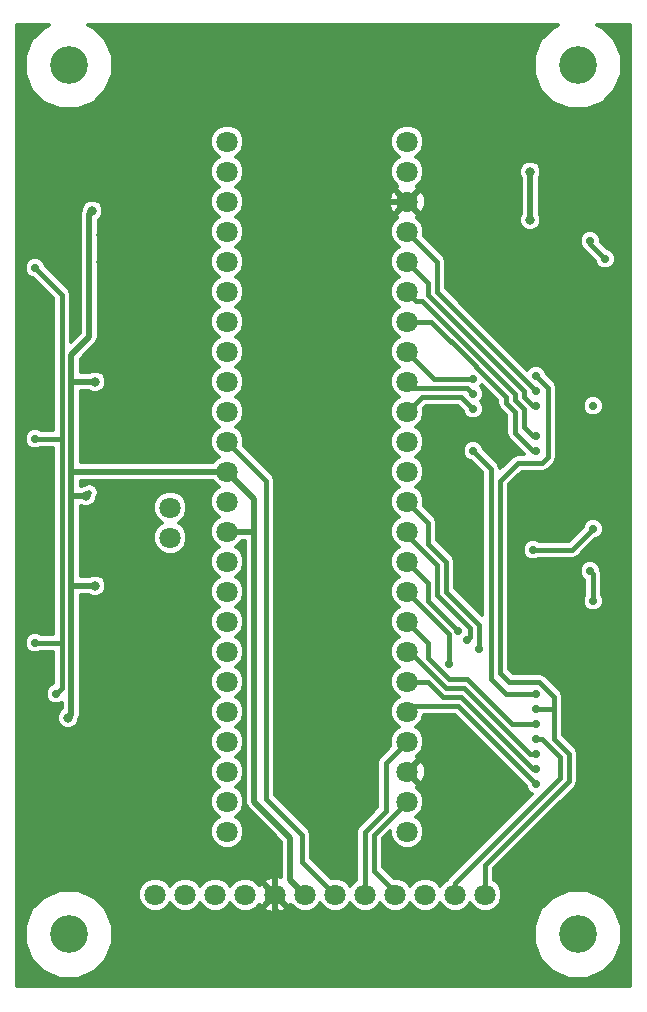
<source format=gbl>
G04 #@! TF.FileFunction,Copper,L2,Bot,Signal*
%FSLAX46Y46*%
G04 Gerber Fmt 4.6, Leading zero omitted, Abs format (unit mm)*
G04 Created by KiCad (PCBNEW 4.0.7) date 05/24/21 14:21:38*
%MOMM*%
%LPD*%
G01*
G04 APERTURE LIST*
%ADD10C,0.200000*%
%ADD11C,1.800000*%
%ADD12C,3.200000*%
%ADD13C,0.800000*%
%ADD14C,0.700000*%
%ADD15C,0.500000*%
%ADD16C,0.400000*%
%ADD17C,0.300000*%
G04 APERTURE END LIST*
D10*
D11*
X12314000Y-74244000D03*
X14854000Y-74244000D03*
X17394000Y-74244000D03*
X19934000Y-74244000D03*
X25014000Y-74244000D03*
X22474000Y-74244000D03*
X27554000Y-74244000D03*
X30094000Y-74244000D03*
X32634000Y-74244000D03*
X35174000Y-74244000D03*
X37714000Y-74244000D03*
X40254000Y-74244000D03*
X13584000Y-41478000D03*
X13584000Y-44018000D03*
X18410000Y-10490000D03*
X18410000Y-13030000D03*
X18410000Y-15570000D03*
X18410000Y-18110000D03*
X18410000Y-20650000D03*
X18410000Y-23190000D03*
X18410000Y-25730000D03*
X18410000Y-28270000D03*
X18410000Y-30810000D03*
X18410000Y-33350000D03*
X18410000Y-35890000D03*
X18410000Y-38430000D03*
X18410000Y-40970000D03*
X18410000Y-43510000D03*
X18410000Y-46050000D03*
X18410000Y-48590000D03*
X18410000Y-51130000D03*
X18410000Y-53670000D03*
X18410000Y-56210000D03*
X18410000Y-58750000D03*
X18410000Y-61290000D03*
X18410000Y-63830000D03*
X18410000Y-66370000D03*
X18410000Y-68910000D03*
X33650000Y-68910000D03*
X33650000Y-66370000D03*
X33650000Y-63830000D03*
X33650000Y-61290000D03*
X33650000Y-58750000D03*
X33650000Y-56210000D03*
X33650000Y-53670000D03*
X33650000Y-51130000D03*
X33650000Y-48590000D03*
X33650000Y-46050000D03*
X33650000Y-43510000D03*
X33650000Y-40970000D03*
X33650000Y-38430000D03*
X33650000Y-35890000D03*
X33650000Y-33350000D03*
X33650000Y-30810000D03*
X33650000Y-28270000D03*
X33650000Y-25730000D03*
X33650000Y-23190000D03*
X33650000Y-20650000D03*
X33650000Y-18110000D03*
X33650000Y-15570000D03*
X33650000Y-13030000D03*
X33650000Y-10490000D03*
D12*
X48100000Y-77600000D03*
X5000000Y-77600000D03*
X5000000Y-4000000D03*
X48100000Y-4000000D03*
D13*
X7234000Y-30810000D03*
X7234000Y-48082000D03*
X4948000Y-59258000D03*
X6980000Y-16332000D03*
X6472000Y-40462000D03*
X44064000Y-13030000D03*
X44064000Y-17094000D03*
X12314000Y-60020000D03*
X1392000Y-50368000D03*
X1392000Y-47066000D03*
X4694000Y-62052000D03*
X4694000Y-60782000D03*
X3424000Y-25730000D03*
X5456000Y-26746000D03*
X1392000Y-32842000D03*
X1392000Y-29032000D03*
X6472000Y-44018000D03*
X7488000Y-49606000D03*
X7488000Y-51384000D03*
X7488000Y-53416000D03*
X12314000Y-18110000D03*
X35682000Y-12014000D03*
X36698000Y-15316000D03*
X50414000Y-12522000D03*
X25522000Y-5410000D03*
X47620000Y-10744000D03*
X43048000Y-7950000D03*
X37968000Y-7950000D03*
X39238000Y-3124000D03*
X34412000Y-5410000D03*
X51430000Y-22682000D03*
X39746000Y-25222000D03*
X49144000Y-27762000D03*
X49398000Y-30810000D03*
X39238000Y-39954000D03*
X36444000Y-38938000D03*
X35682000Y-37160000D03*
X51430000Y-48844000D03*
X51430000Y-53924000D03*
X49652000Y-71450000D03*
X50922000Y-68656000D03*
X38730000Y-66116000D03*
X35174000Y-70688000D03*
X35936000Y-67640000D03*
X35936000Y-64846000D03*
X35682000Y-60020000D03*
X37714000Y-62306000D03*
X42286000Y-72212000D03*
X43810000Y-70942000D03*
X37714000Y-79832000D03*
X43048000Y-79832000D03*
X22474000Y-80086000D03*
X2154000Y-65100000D03*
X3424000Y-67894000D03*
X2662000Y-71450000D03*
X5964000Y-69672000D03*
X9012000Y-72720000D03*
X10028000Y-76530000D03*
X12314000Y-79832000D03*
X20696000Y-68402000D03*
X11044000Y-67894000D03*
X14346000Y-71450000D03*
X13838000Y-69164000D03*
X16632000Y-51892000D03*
X13330000Y-48844000D03*
X7742000Y-20650000D03*
X7742000Y-18364000D03*
X13838000Y-36398000D03*
X15870000Y-33604000D03*
X7742000Y-36906000D03*
X7234000Y-33350000D03*
X12568000Y-28778000D03*
X2916000Y-11252000D03*
X8758000Y-10744000D03*
X12060000Y-7188000D03*
X14346000Y-3124000D03*
X23744000Y-28270000D03*
X21204000Y-25730000D03*
X23744000Y-23190000D03*
X21204000Y-20650000D03*
X23744000Y-18110000D03*
X21204000Y-14554000D03*
X27300000Y-10744000D03*
X30856000Y-13284000D03*
X26792000Y-36144000D03*
X30856000Y-34620000D03*
X26792000Y-32080000D03*
X30856000Y-29286000D03*
X26792000Y-27000000D03*
X30856000Y-24460000D03*
X26792000Y-21666000D03*
X31110000Y-19380000D03*
X26792000Y-16840000D03*
X25522000Y-42494000D03*
X27300000Y-68910000D03*
X24252000Y-46304000D03*
X26030000Y-49860000D03*
X24252000Y-53416000D03*
X26030000Y-57734000D03*
X24252000Y-61544000D03*
X26030000Y-65354000D03*
X29078000Y-40208000D03*
X30348000Y-44526000D03*
X29586000Y-54940000D03*
X30348000Y-51638000D03*
X29586000Y-47828000D03*
X7996000Y-44018000D03*
X11552000Y-59258000D03*
X37714000Y-45034000D03*
X15870000Y-55194000D03*
X41016000Y-25730000D03*
X16124000Y-46558000D03*
X11298000Y-40208000D03*
X16632000Y-36906000D03*
X9012000Y-41478000D03*
X43556000Y-54940000D03*
X43302000Y-39192000D03*
X13838000Y-25984000D03*
X13330000Y-15062000D03*
X42540000Y-53416000D03*
X37460000Y-33096000D03*
X36952000Y-35382000D03*
X25522000Y-39700000D03*
X22474000Y-69672000D03*
D14*
X2154000Y-21158000D03*
X2154000Y-52908000D03*
X2154000Y-35636000D03*
X3932000Y-57226000D03*
X49144000Y-18872000D03*
X50414000Y-20396000D03*
X49144000Y-46812000D03*
X49398000Y-49352000D03*
X44572000Y-58496000D03*
X44572000Y-30302000D03*
X39238000Y-36652000D03*
X44572000Y-57226000D03*
X44572000Y-61036000D03*
X44572000Y-32842000D03*
X44572000Y-35382000D03*
X44572000Y-36652000D03*
X39238000Y-30556000D03*
X39238000Y-31826000D03*
X39238000Y-33096000D03*
X44572000Y-31572000D03*
X38730000Y-52654000D03*
X37968000Y-51892000D03*
X37206000Y-54686000D03*
X44572000Y-59766000D03*
X44572000Y-62306000D03*
X44572000Y-63576000D03*
X44572000Y-64846000D03*
X39746000Y-53416000D03*
X49398000Y-43256000D03*
X49398000Y-32842000D03*
X44318000Y-45034000D03*
D15*
X5202000Y-38430000D02*
X6726000Y-38430000D01*
X6726000Y-38430000D02*
X18410000Y-38430000D01*
X5202000Y-30810000D02*
X7234000Y-30810000D01*
X5202000Y-30556000D02*
X5202000Y-28524000D01*
X5202000Y-36652000D02*
X5202000Y-30810000D01*
X5202000Y-30810000D02*
X5202000Y-30556000D01*
X5202000Y-40462000D02*
X5202000Y-39446000D01*
X5202000Y-39446000D02*
X5202000Y-38430000D01*
X5202000Y-38430000D02*
X5202000Y-36652000D01*
X6726000Y-27000000D02*
X6726000Y-23190000D01*
X5202000Y-28524000D02*
X6726000Y-27000000D01*
X5202000Y-40462000D02*
X6472000Y-40462000D01*
X5202000Y-40462000D02*
X5202000Y-46050000D01*
X5202000Y-46050000D02*
X5202000Y-48082000D01*
X5202000Y-48082000D02*
X7234000Y-48082000D01*
X4948000Y-59258000D02*
X5202000Y-59004000D01*
X5202000Y-59004000D02*
X5202000Y-48082000D01*
X6726000Y-23190000D02*
X6726000Y-16586000D01*
X6726000Y-16586000D02*
X6980000Y-16332000D01*
X6726000Y-23444000D02*
X6726000Y-23190000D01*
X20696000Y-64592000D02*
X20696000Y-66370000D01*
X20696000Y-43510000D02*
X20696000Y-64592000D01*
X23744000Y-72974000D02*
X23744000Y-69672000D01*
X23744000Y-72974000D02*
X25014000Y-74244000D01*
X23744000Y-69418000D02*
X23744000Y-69672000D01*
X20696000Y-66370000D02*
X23744000Y-69418000D01*
X20696000Y-43256000D02*
X20696000Y-40716000D01*
X20696000Y-40716000D02*
X18410000Y-38430000D01*
X20696000Y-43510000D02*
X20696000Y-43256000D01*
X18410000Y-43510000D02*
X20696000Y-43510000D01*
X6726000Y-40208000D02*
X6472000Y-40462000D01*
X44064000Y-17094000D02*
X44064000Y-13030000D01*
X11552000Y-59258000D02*
X12314000Y-60020000D01*
X11044000Y-67894000D02*
X11044000Y-59766000D01*
X11044000Y-59766000D02*
X11552000Y-59258000D01*
X4694000Y-60782000D02*
X4440000Y-60782000D01*
X4440000Y-60782000D02*
X1138000Y-57480000D01*
X1138000Y-57480000D02*
X1138000Y-50622000D01*
X1138000Y-50622000D02*
X1392000Y-50368000D01*
X4694000Y-60782000D02*
X4694000Y-62052000D01*
X11552000Y-59258000D02*
X9266000Y-59258000D01*
X4694000Y-62052000D02*
X6472000Y-62052000D01*
X6472000Y-62052000D02*
X9266000Y-59258000D01*
X3424000Y-25730000D02*
X1392000Y-27762000D01*
X7742000Y-15062000D02*
X6726000Y-15062000D01*
X13330000Y-15062000D02*
X7742000Y-15062000D01*
X5456000Y-16332000D02*
X5456000Y-26746000D01*
X6726000Y-15062000D02*
X5456000Y-16332000D01*
X1392000Y-27762000D02*
X1392000Y-29032000D01*
X7488000Y-51384000D02*
X7488000Y-49606000D01*
X7488000Y-51384000D02*
X11552000Y-51384000D01*
X13330000Y-18110000D02*
X12314000Y-18110000D01*
X48636000Y-10744000D02*
X50414000Y-12522000D01*
X25522000Y-5410000D02*
X34412000Y-5410000D01*
X44826000Y-7950000D02*
X47620000Y-10744000D01*
X43048000Y-7950000D02*
X44826000Y-7950000D01*
X39238000Y-6680000D02*
X37968000Y-7950000D01*
X39238000Y-3124000D02*
X39238000Y-6680000D01*
X47620000Y-10744000D02*
X48636000Y-10744000D01*
X47112000Y-25730000D02*
X49144000Y-27762000D01*
X41016000Y-25730000D02*
X47112000Y-25730000D01*
X37714000Y-39954000D02*
X39238000Y-39954000D01*
X36952000Y-35382000D02*
X35682000Y-36652000D01*
X35682000Y-36652000D02*
X35682000Y-37160000D01*
X50922000Y-55702000D02*
X51430000Y-55194000D01*
X51430000Y-55194000D02*
X51430000Y-53924000D01*
X50922000Y-66878000D02*
X50922000Y-68656000D01*
X35936000Y-64846000D02*
X35936000Y-67640000D01*
X37714000Y-62052000D02*
X35682000Y-60020000D01*
X37714000Y-62306000D02*
X37714000Y-62052000D01*
X43429000Y-73355000D02*
X42286000Y-72212000D01*
X43429000Y-74371000D02*
X43429000Y-73355000D01*
X43048000Y-79832000D02*
X37714000Y-79832000D01*
X24760000Y-77800000D02*
X22474000Y-80086000D01*
X3424000Y-70688000D02*
X3424000Y-67894000D01*
X2662000Y-71450000D02*
X3424000Y-70688000D01*
X9012000Y-72720000D02*
X5964000Y-69672000D01*
X10028000Y-77546000D02*
X10028000Y-76530000D01*
X12314000Y-79832000D02*
X10028000Y-77546000D01*
X11298000Y-67640000D02*
X11044000Y-67894000D01*
X22474000Y-69672000D02*
X20950000Y-71196000D01*
X17648000Y-71196000D02*
X14092000Y-67640000D01*
X20950000Y-71196000D02*
X17648000Y-71196000D01*
X14092000Y-67640000D02*
X11298000Y-67640000D01*
X14346000Y-69672000D02*
X14346000Y-71450000D01*
X13838000Y-69164000D02*
X14346000Y-69672000D01*
X16632000Y-51892000D02*
X16378000Y-51892000D01*
X16378000Y-51892000D02*
X13330000Y-48844000D01*
X7742000Y-20650000D02*
X13330000Y-20650000D01*
X13330000Y-36906000D02*
X7742000Y-36906000D01*
X13838000Y-36398000D02*
X13330000Y-36906000D01*
X18156000Y-6172000D02*
X15108000Y-3124000D01*
X12060000Y-7442000D02*
X8758000Y-10744000D01*
X12060000Y-7188000D02*
X12060000Y-7442000D01*
X15108000Y-3124000D02*
X14346000Y-3124000D01*
X25522000Y-14046000D02*
X25014000Y-14554000D01*
X23744000Y-23190000D02*
X21204000Y-25730000D01*
X23744000Y-18110000D02*
X21204000Y-20650000D01*
X25014000Y-14554000D02*
X21204000Y-14554000D01*
X29078000Y-15570000D02*
X30856000Y-13792000D01*
X30856000Y-13792000D02*
X30856000Y-13284000D01*
X31110000Y-19380000D02*
X28570000Y-16840000D01*
X30856000Y-34620000D02*
X29332000Y-34620000D01*
X29332000Y-34620000D02*
X26792000Y-32080000D01*
X30856000Y-29286000D02*
X29078000Y-29286000D01*
X29078000Y-29286000D02*
X26792000Y-27000000D01*
X30856000Y-24460000D02*
X29586000Y-24460000D01*
X29586000Y-24460000D02*
X26792000Y-21666000D01*
X25522000Y-36144000D02*
X26792000Y-36144000D01*
X28570000Y-16840000D02*
X26792000Y-16840000D01*
X27300000Y-41351000D02*
X26665000Y-41351000D01*
X26665000Y-41351000D02*
X25522000Y-42494000D01*
X24252000Y-46304000D02*
X26030000Y-48082000D01*
X26030000Y-48082000D02*
X26030000Y-49860000D01*
X24252000Y-53416000D02*
X26030000Y-55194000D01*
X26030000Y-55194000D02*
X26030000Y-57734000D01*
X24252000Y-61544000D02*
X26030000Y-63322000D01*
X26030000Y-63322000D02*
X26030000Y-65354000D01*
X27173000Y-41351000D02*
X27300000Y-41351000D01*
X27300000Y-41351000D02*
X27935000Y-41351000D01*
X27935000Y-41351000D02*
X29078000Y-40208000D01*
X25522000Y-39700000D02*
X27173000Y-41351000D01*
X27173000Y-41351000D02*
X30348000Y-44526000D01*
X30348000Y-48590000D02*
X30348000Y-51638000D01*
X29586000Y-47828000D02*
X30348000Y-48590000D01*
X10536000Y-46558000D02*
X11552000Y-47574000D01*
X11552000Y-47574000D02*
X11552000Y-51384000D01*
X11552000Y-51384000D02*
X11552000Y-59258000D01*
X10536000Y-46558000D02*
X7996000Y-44018000D01*
X36952000Y-35382000D02*
X37714000Y-36144000D01*
X37714000Y-36144000D02*
X37714000Y-39954000D01*
X37714000Y-39954000D02*
X37714000Y-45034000D01*
X16632000Y-51892000D02*
X15870000Y-52654000D01*
X16124000Y-46558000D02*
X16632000Y-47066000D01*
X16632000Y-51892000D02*
X16632000Y-47066000D01*
X15870000Y-52654000D02*
X15870000Y-55194000D01*
X41016000Y-22936000D02*
X41016000Y-25730000D01*
X33650000Y-15570000D02*
X41016000Y-22936000D01*
X11298000Y-40208000D02*
X10028000Y-41478000D01*
X16124000Y-46558000D02*
X13076000Y-46558000D01*
X13076000Y-46558000D02*
X12822000Y-46558000D01*
X12822000Y-46558000D02*
X11298000Y-45034000D01*
X11298000Y-45034000D02*
X11298000Y-40208000D01*
X13838000Y-36398000D02*
X16124000Y-36398000D01*
X13838000Y-25984000D02*
X13838000Y-36398000D01*
X16124000Y-36398000D02*
X16632000Y-36906000D01*
X10028000Y-41478000D02*
X9012000Y-41478000D01*
X42540000Y-53416000D02*
X42540000Y-39954000D01*
X42540000Y-39954000D02*
X43302000Y-39192000D01*
X13330000Y-15062000D02*
X13330000Y-18110000D01*
X13330000Y-18110000D02*
X13330000Y-20650000D01*
X13330000Y-20650000D02*
X13330000Y-25476000D01*
X13330000Y-25476000D02*
X13838000Y-25984000D01*
X25522000Y-5410000D02*
X18918000Y-5410000D01*
X25522000Y-15570000D02*
X25522000Y-14046000D01*
X25522000Y-14046000D02*
X25522000Y-5410000D01*
X13330000Y-10998000D02*
X13330000Y-15062000D01*
X18918000Y-5410000D02*
X18156000Y-6172000D01*
X18156000Y-6172000D02*
X13330000Y-10998000D01*
X33650000Y-15570000D02*
X29078000Y-15570000D01*
X29078000Y-15570000D02*
X25522000Y-15570000D01*
X25522000Y-23698000D02*
X25522000Y-15570000D01*
X25522000Y-39700000D02*
X25522000Y-36144000D01*
X25522000Y-36144000D02*
X25522000Y-23698000D01*
X43556000Y-54940000D02*
X42540000Y-53924000D01*
X42540000Y-53924000D02*
X42540000Y-53416000D01*
X51430000Y-56210000D02*
X50922000Y-55702000D01*
X50922000Y-55702000D02*
X50160000Y-54940000D01*
X22474000Y-75514000D02*
X24760000Y-77800000D01*
X24760000Y-77800000D02*
X40000000Y-77800000D01*
X40000000Y-77800000D02*
X43429000Y-74371000D01*
X43429000Y-74371000D02*
X50922000Y-66878000D01*
X50922000Y-66878000D02*
X51430000Y-66370000D01*
X51430000Y-66370000D02*
X51430000Y-56210000D01*
X22474000Y-74244000D02*
X22474000Y-75514000D01*
X50160000Y-54940000D02*
X43556000Y-54940000D01*
X37460000Y-33096000D02*
X36952000Y-33604000D01*
X36952000Y-33604000D02*
X36952000Y-35382000D01*
X22474000Y-74244000D02*
X22474000Y-69672000D01*
D16*
X4440000Y-25476000D02*
X4440000Y-23444000D01*
X4440000Y-35636000D02*
X4440000Y-34874000D01*
X4440000Y-34874000D02*
X4440000Y-25476000D01*
X4440000Y-23444000D02*
X2154000Y-21158000D01*
X2154000Y-52908000D02*
X4440000Y-52908000D01*
X2154000Y-35636000D02*
X4440000Y-35636000D01*
X3932000Y-57226000D02*
X4440000Y-56718000D01*
X4440000Y-56718000D02*
X4440000Y-55702000D01*
X4440000Y-51892000D02*
X4440000Y-52908000D01*
X4440000Y-52908000D02*
X4440000Y-55702000D01*
X4440000Y-35636000D02*
X4440000Y-51892000D01*
X49144000Y-18872000D02*
X49144000Y-19126000D01*
X49144000Y-19126000D02*
X50414000Y-20396000D01*
X49398000Y-47066000D02*
X49144000Y-46812000D01*
X49398000Y-49352000D02*
X49398000Y-47066000D01*
X30094000Y-74244000D02*
X30094000Y-68910000D01*
X31872000Y-63068000D02*
X33650000Y-61290000D01*
X31872000Y-67132000D02*
X31872000Y-63068000D01*
X30094000Y-68910000D02*
X31872000Y-67132000D01*
X32634000Y-74244000D02*
X32634000Y-73990000D01*
X32634000Y-73990000D02*
X30856000Y-72212000D01*
X30856000Y-72212000D02*
X30856000Y-69164000D01*
X30856000Y-69164000D02*
X33650000Y-66370000D01*
X27554000Y-74244000D02*
X24760000Y-71450000D01*
X21712000Y-39192000D02*
X18410000Y-35890000D01*
X21712000Y-66116000D02*
X21712000Y-39192000D01*
X24760000Y-69164000D02*
X21712000Y-66116000D01*
X24760000Y-71450000D02*
X24760000Y-69164000D01*
X46096000Y-58496000D02*
X44572000Y-58496000D01*
X47366000Y-62814000D02*
X47366000Y-62306000D01*
X40254000Y-71704000D02*
X46350000Y-65608000D01*
X40254000Y-74244000D02*
X40254000Y-71704000D01*
X47366000Y-64592000D02*
X47366000Y-62814000D01*
X46350000Y-65608000D02*
X47366000Y-64592000D01*
X41524000Y-55448000D02*
X42286000Y-56210000D01*
X42286000Y-56210000D02*
X44572000Y-56210000D01*
X41524000Y-53162000D02*
X41524000Y-40970000D01*
X41524000Y-53162000D02*
X41524000Y-55448000D01*
X44826000Y-56210000D02*
X44572000Y-56210000D01*
X46096000Y-57480000D02*
X44826000Y-56210000D01*
X46096000Y-61036000D02*
X46096000Y-58496000D01*
X46096000Y-58496000D02*
X46096000Y-57480000D01*
X47366000Y-62306000D02*
X46096000Y-61036000D01*
X45588000Y-36906000D02*
X45588000Y-37160000D01*
X45588000Y-31318000D02*
X45588000Y-36398000D01*
X44572000Y-30302000D02*
X45588000Y-31318000D01*
X45588000Y-36398000D02*
X45588000Y-36906000D01*
X41524000Y-39192000D02*
X43048000Y-37668000D01*
X43048000Y-37668000D02*
X45080000Y-37668000D01*
X45080000Y-37668000D02*
X45588000Y-37160000D01*
X41524000Y-39192000D02*
X41524000Y-40970000D01*
X41524000Y-40970000D02*
X41524000Y-40970000D01*
X40762000Y-53670000D02*
X40762000Y-55956000D01*
X40762000Y-38176000D02*
X40762000Y-52146000D01*
X40762000Y-38176000D02*
X39238000Y-36652000D01*
X40762000Y-52146000D02*
X40762000Y-53670000D01*
X42032000Y-57226000D02*
X44572000Y-57226000D01*
X40762000Y-55956000D02*
X42032000Y-57226000D01*
X45080000Y-61036000D02*
X44572000Y-61036000D01*
X46604000Y-64338000D02*
X46604000Y-62560000D01*
X46604000Y-62560000D02*
X45080000Y-61036000D01*
X37714000Y-74244000D02*
X37714000Y-73228000D01*
X37714000Y-73228000D02*
X45588000Y-65354000D01*
X45588000Y-65354000D02*
X46604000Y-64338000D01*
X42032000Y-30048000D02*
X43556000Y-31572000D01*
X35428000Y-23444000D02*
X42032000Y-30048000D01*
X35428000Y-22428000D02*
X33650000Y-20650000D01*
X35428000Y-22428000D02*
X35428000Y-22936000D01*
X35428000Y-22936000D02*
X35428000Y-23444000D01*
X44318000Y-32842000D02*
X44572000Y-32842000D01*
X43556000Y-32080000D02*
X44318000Y-32842000D01*
X43556000Y-31572000D02*
X43556000Y-32080000D01*
X38222000Y-27254000D02*
X34920000Y-23952000D01*
X42794000Y-32334000D02*
X42794000Y-31826000D01*
X42794000Y-31826000D02*
X42032000Y-31064000D01*
X42032000Y-31064000D02*
X39238000Y-28270000D01*
X39238000Y-28270000D02*
X38222000Y-27254000D01*
X43556000Y-34620000D02*
X44318000Y-35382000D01*
X43556000Y-33096000D02*
X43556000Y-34620000D01*
X44318000Y-35382000D02*
X44572000Y-35382000D01*
X43556000Y-33096000D02*
X42794000Y-32334000D01*
X34412000Y-23952000D02*
X33650000Y-23190000D01*
X34920000Y-23952000D02*
X34412000Y-23952000D01*
X42794000Y-33350000D02*
X42032000Y-32588000D01*
X44318000Y-36652000D02*
X44572000Y-36652000D01*
X42794000Y-33350000D02*
X42794000Y-35128000D01*
X42794000Y-35128000D02*
X44318000Y-36652000D01*
X40000000Y-30048000D02*
X40762000Y-30810000D01*
X35174000Y-25730000D02*
X35682000Y-25730000D01*
X35174000Y-25730000D02*
X33650000Y-25730000D01*
X35682000Y-25730000D02*
X38935621Y-28983621D01*
X38935621Y-28983621D02*
X40000000Y-30048000D01*
X42032000Y-32080000D02*
X40762000Y-30810000D01*
X42032000Y-32588000D02*
X42032000Y-32080000D01*
X33650000Y-28270000D02*
X35936000Y-30556000D01*
X39238000Y-30556000D02*
X35936000Y-30556000D01*
X34158000Y-31318000D02*
X38730000Y-31318000D01*
X39238000Y-31826000D02*
X38730000Y-31318000D01*
X34158000Y-31318000D02*
X33650000Y-30810000D01*
X38222000Y-32080000D02*
X34920000Y-32080000D01*
X33650000Y-33350000D02*
X34920000Y-32080000D01*
X39238000Y-33096000D02*
X38222000Y-32080000D01*
X36698000Y-23698000D02*
X36190000Y-23190000D01*
X33650000Y-18110000D02*
X36190000Y-20650000D01*
X36190000Y-22936000D02*
X36190000Y-22428000D01*
X36190000Y-22428000D02*
X36190000Y-20650000D01*
X40762000Y-27762000D02*
X36698000Y-23698000D01*
X44572000Y-31572000D02*
X40762000Y-27762000D01*
X36190000Y-23190000D02*
X36190000Y-22936000D01*
X38730000Y-51384000D02*
X38984000Y-51638000D01*
X36190000Y-46304000D02*
X36190000Y-48844000D01*
X36190000Y-48844000D02*
X38730000Y-51384000D01*
X35174000Y-45288000D02*
X33650000Y-43764000D01*
X35174000Y-45288000D02*
X36190000Y-46304000D01*
X38984000Y-52400000D02*
X38730000Y-52654000D01*
X38984000Y-51638000D02*
X38984000Y-52400000D01*
X33650000Y-43510000D02*
X33650000Y-43764000D01*
X36698000Y-50622000D02*
X37968000Y-51892000D01*
X35428000Y-47828000D02*
X35428000Y-49352000D01*
X35428000Y-49352000D02*
X36698000Y-50622000D01*
X35428000Y-47828000D02*
X33650000Y-46050000D01*
X36190000Y-51130000D02*
X37206000Y-52146000D01*
X37206000Y-52146000D02*
X37206000Y-54686000D01*
X36190000Y-51130000D02*
X33650000Y-48590000D01*
X36190000Y-54940000D02*
X35428000Y-54178000D01*
X42540000Y-59766000D02*
X38730000Y-55956000D01*
X38730000Y-55956000D02*
X37206000Y-55956000D01*
X36190000Y-54940000D02*
X37206000Y-55956000D01*
X43556000Y-59766000D02*
X44572000Y-59766000D01*
X43556000Y-59766000D02*
X42540000Y-59766000D01*
X35428000Y-52908000D02*
X33650000Y-51130000D01*
X35428000Y-54178000D02*
X35428000Y-52908000D01*
X33650000Y-51130000D02*
X33650000Y-51384000D01*
X36952000Y-56718000D02*
X38476000Y-56718000D01*
X36952000Y-56718000D02*
X33904000Y-53670000D01*
X44064000Y-62306000D02*
X44572000Y-62306000D01*
X38476000Y-56718000D02*
X44064000Y-62306000D01*
X33650000Y-53670000D02*
X33904000Y-53670000D01*
X42032000Y-61290000D02*
X44318000Y-63576000D01*
X38222000Y-57480000D02*
X42032000Y-61290000D01*
X35174000Y-56210000D02*
X35428000Y-56210000D01*
X35174000Y-56210000D02*
X33650000Y-56210000D01*
X35428000Y-56210000D02*
X36698000Y-57480000D01*
X36698000Y-57480000D02*
X38222000Y-57480000D01*
X44318000Y-63576000D02*
X44572000Y-63576000D01*
X33650000Y-58750000D02*
X34158000Y-58242000D01*
X34158000Y-58242000D02*
X37968000Y-58242000D01*
X37968000Y-58242000D02*
X44572000Y-64846000D01*
X33650000Y-40970000D02*
X35428000Y-42748000D01*
X36952000Y-48590000D02*
X39746000Y-51384000D01*
X39746000Y-51384000D02*
X39746000Y-53416000D01*
X36952000Y-46050000D02*
X36952000Y-48590000D01*
X35428000Y-44526000D02*
X36952000Y-46050000D01*
X35428000Y-42748000D02*
X35428000Y-44526000D01*
X33650000Y-40970000D02*
X33650000Y-41224000D01*
X47620000Y-45034000D02*
X49398000Y-43256000D01*
X44318000Y-45034000D02*
X47620000Y-45034000D01*
D17*
G36*
X2878571Y-819051D02*
X1822758Y-1873022D01*
X1250652Y-3250806D01*
X1249350Y-4742649D01*
X1819051Y-6121429D01*
X2873022Y-7177242D01*
X4250806Y-7749348D01*
X5742649Y-7750650D01*
X7121429Y-7180949D01*
X8177242Y-6126978D01*
X8749348Y-4749194D01*
X8750650Y-3257351D01*
X8180949Y-1878571D01*
X7126978Y-822758D01*
X6650724Y-625000D01*
X46448210Y-625000D01*
X45978571Y-819051D01*
X44922758Y-1873022D01*
X44350652Y-3250806D01*
X44349350Y-4742649D01*
X44919051Y-6121429D01*
X45973022Y-7177242D01*
X47350806Y-7749348D01*
X48842649Y-7750650D01*
X50221429Y-7180949D01*
X51277242Y-6126978D01*
X51849348Y-4749194D01*
X51850650Y-3257351D01*
X51280949Y-1878571D01*
X50226978Y-822758D01*
X49750724Y-625000D01*
X52475000Y-625000D01*
X52475000Y-81975000D01*
X625000Y-81975000D01*
X625000Y-78342649D01*
X1249350Y-78342649D01*
X1819051Y-79721429D01*
X2873022Y-80777242D01*
X4250806Y-81349348D01*
X5742649Y-81350650D01*
X7121429Y-80780949D01*
X8177242Y-79726978D01*
X8749348Y-78349194D01*
X8749353Y-78342649D01*
X44349350Y-78342649D01*
X44919051Y-79721429D01*
X45973022Y-80777242D01*
X47350806Y-81349348D01*
X48842649Y-81350650D01*
X50221429Y-80780949D01*
X51277242Y-79726978D01*
X51849348Y-78349194D01*
X51850650Y-76857351D01*
X51280949Y-75478571D01*
X50226978Y-74422758D01*
X48849194Y-73850652D01*
X47357351Y-73849350D01*
X45978571Y-74419051D01*
X44922758Y-75473022D01*
X44350652Y-76850806D01*
X44349350Y-78342649D01*
X8749353Y-78342649D01*
X8750650Y-76857351D01*
X8180949Y-75478571D01*
X7235188Y-74531157D01*
X10863749Y-74531157D01*
X11084033Y-75064286D01*
X11491569Y-75472533D01*
X12024312Y-75693748D01*
X12601157Y-75694251D01*
X13134286Y-75473967D01*
X13542533Y-75066431D01*
X13583828Y-74966982D01*
X13624033Y-75064286D01*
X14031569Y-75472533D01*
X14564312Y-75693748D01*
X15141157Y-75694251D01*
X15674286Y-75473967D01*
X16082533Y-75066431D01*
X16123828Y-74966982D01*
X16164033Y-75064286D01*
X16571569Y-75472533D01*
X17104312Y-75693748D01*
X17681157Y-75694251D01*
X18214286Y-75473967D01*
X18622533Y-75066431D01*
X18663828Y-74966982D01*
X18704033Y-75064286D01*
X19111569Y-75472533D01*
X19644312Y-75693748D01*
X20221157Y-75694251D01*
X20754286Y-75473967D01*
X20906732Y-75321786D01*
X21543292Y-75321786D01*
X21626431Y-75587514D01*
X22205089Y-75809597D01*
X22824686Y-75793331D01*
X23321569Y-75587514D01*
X23404708Y-75321786D01*
X22474000Y-74391078D01*
X21543292Y-75321786D01*
X20906732Y-75321786D01*
X21135713Y-75093204D01*
X21396214Y-75174708D01*
X22326922Y-74244000D01*
X21396214Y-73313292D01*
X21135245Y-73394942D01*
X20756431Y-73015467D01*
X20223688Y-72794252D01*
X19646843Y-72793749D01*
X19113714Y-73014033D01*
X18705467Y-73421569D01*
X18664172Y-73521018D01*
X18623967Y-73423714D01*
X18216431Y-73015467D01*
X17683688Y-72794252D01*
X17106843Y-72793749D01*
X16573714Y-73014033D01*
X16165467Y-73421569D01*
X16124172Y-73521018D01*
X16083967Y-73423714D01*
X15676431Y-73015467D01*
X15143688Y-72794252D01*
X14566843Y-72793749D01*
X14033714Y-73014033D01*
X13625467Y-73421569D01*
X13584172Y-73521018D01*
X13543967Y-73423714D01*
X13136431Y-73015467D01*
X12603688Y-72794252D01*
X12026843Y-72793749D01*
X11493714Y-73014033D01*
X11085467Y-73421569D01*
X10864252Y-73954312D01*
X10863749Y-74531157D01*
X7235188Y-74531157D01*
X7126978Y-74422758D01*
X5749194Y-73850652D01*
X4257351Y-73849350D01*
X2878571Y-74419051D01*
X1822758Y-75473022D01*
X1250652Y-76850806D01*
X1249350Y-78342649D01*
X625000Y-78342649D01*
X625000Y-21336236D01*
X1253844Y-21336236D01*
X1390572Y-21667143D01*
X1643525Y-21920538D01*
X1974194Y-22057843D01*
X1993200Y-22057860D01*
X3690000Y-23754660D01*
X3690000Y-34886000D01*
X2676991Y-34886000D01*
X2664475Y-34873462D01*
X2333806Y-34736157D01*
X1975764Y-34735844D01*
X1644857Y-34872572D01*
X1391462Y-35125525D01*
X1254157Y-35456194D01*
X1253844Y-35814236D01*
X1390572Y-36145143D01*
X1643525Y-36398538D01*
X1974194Y-36535843D01*
X2332236Y-36536156D01*
X2663143Y-36399428D01*
X2676594Y-36386000D01*
X3690000Y-36386000D01*
X3690000Y-52158000D01*
X2676991Y-52158000D01*
X2664475Y-52145462D01*
X2333806Y-52008157D01*
X1975764Y-52007844D01*
X1644857Y-52144572D01*
X1391462Y-52397525D01*
X1254157Y-52728194D01*
X1253844Y-53086236D01*
X1390572Y-53417143D01*
X1643525Y-53670538D01*
X1974194Y-53807843D01*
X2332236Y-53808156D01*
X2663143Y-53671428D01*
X2676594Y-53658000D01*
X3690000Y-53658000D01*
X3690000Y-56352191D01*
X3422857Y-56462572D01*
X3169462Y-56715525D01*
X3032157Y-57046194D01*
X3031844Y-57404236D01*
X3168572Y-57735143D01*
X3421525Y-57988538D01*
X3752194Y-58125843D01*
X4110236Y-58126156D01*
X4402000Y-58005602D01*
X4402000Y-58460715D01*
X4143098Y-58719165D01*
X3998165Y-59068204D01*
X3997835Y-59446138D01*
X4142159Y-59795429D01*
X4409165Y-60062902D01*
X4758204Y-60207835D01*
X5136138Y-60208165D01*
X5485429Y-60063841D01*
X5752902Y-59796835D01*
X5897835Y-59447796D01*
X5897899Y-59374808D01*
X5941104Y-59310147D01*
X5947035Y-59280330D01*
X6002000Y-59004000D01*
X6002000Y-48882000D01*
X6690272Y-48882000D01*
X6695165Y-48886902D01*
X7044204Y-49031835D01*
X7422138Y-49032165D01*
X7771429Y-48887841D01*
X8038902Y-48620835D01*
X8183835Y-48271796D01*
X8184165Y-47893862D01*
X8039841Y-47544571D01*
X7772835Y-47277098D01*
X7423796Y-47132165D01*
X7045862Y-47131835D01*
X6696571Y-47276159D01*
X6690720Y-47282000D01*
X6002000Y-47282000D01*
X6002000Y-41765157D01*
X12133749Y-41765157D01*
X12354033Y-42298286D01*
X12761569Y-42706533D01*
X12861018Y-42747828D01*
X12763714Y-42788033D01*
X12355467Y-43195569D01*
X12134252Y-43728312D01*
X12133749Y-44305157D01*
X12354033Y-44838286D01*
X12761569Y-45246533D01*
X13294312Y-45467748D01*
X13871157Y-45468251D01*
X14404286Y-45247967D01*
X14812533Y-44840431D01*
X15033748Y-44307688D01*
X15034251Y-43730843D01*
X14813967Y-43197714D01*
X14406431Y-42789467D01*
X14306982Y-42748172D01*
X14404286Y-42707967D01*
X14812533Y-42300431D01*
X15033748Y-41767688D01*
X15034251Y-41190843D01*
X14813967Y-40657714D01*
X14406431Y-40249467D01*
X13873688Y-40028252D01*
X13296843Y-40027749D01*
X12763714Y-40248033D01*
X12355467Y-40655569D01*
X12134252Y-41188312D01*
X12133749Y-41765157D01*
X6002000Y-41765157D01*
X6002000Y-41295485D01*
X6282204Y-41411835D01*
X6660138Y-41412165D01*
X7009429Y-41267841D01*
X7276902Y-41000835D01*
X7421835Y-40651796D01*
X7421899Y-40578808D01*
X7465104Y-40514147D01*
X7525999Y-40208000D01*
X7465104Y-39901853D01*
X7291685Y-39642315D01*
X7032147Y-39468896D01*
X6726000Y-39408001D01*
X6419853Y-39468896D01*
X6355497Y-39511898D01*
X6283862Y-39511835D01*
X6002000Y-39628298D01*
X6002000Y-39230000D01*
X17171651Y-39230000D01*
X17180033Y-39250286D01*
X17587569Y-39658533D01*
X17687018Y-39699828D01*
X17589714Y-39740033D01*
X17181467Y-40147569D01*
X16960252Y-40680312D01*
X16959749Y-41257157D01*
X17180033Y-41790286D01*
X17587569Y-42198533D01*
X17687018Y-42239828D01*
X17589714Y-42280033D01*
X17181467Y-42687569D01*
X16960252Y-43220312D01*
X16959749Y-43797157D01*
X17180033Y-44330286D01*
X17587569Y-44738533D01*
X17687018Y-44779828D01*
X17589714Y-44820033D01*
X17181467Y-45227569D01*
X16960252Y-45760312D01*
X16959749Y-46337157D01*
X17180033Y-46870286D01*
X17587569Y-47278533D01*
X17687018Y-47319828D01*
X17589714Y-47360033D01*
X17181467Y-47767569D01*
X16960252Y-48300312D01*
X16959749Y-48877157D01*
X17180033Y-49410286D01*
X17587569Y-49818533D01*
X17687018Y-49859828D01*
X17589714Y-49900033D01*
X17181467Y-50307569D01*
X16960252Y-50840312D01*
X16959749Y-51417157D01*
X17180033Y-51950286D01*
X17587569Y-52358533D01*
X17687018Y-52399828D01*
X17589714Y-52440033D01*
X17181467Y-52847569D01*
X16960252Y-53380312D01*
X16959749Y-53957157D01*
X17180033Y-54490286D01*
X17587569Y-54898533D01*
X17687018Y-54939828D01*
X17589714Y-54980033D01*
X17181467Y-55387569D01*
X16960252Y-55920312D01*
X16959749Y-56497157D01*
X17180033Y-57030286D01*
X17587569Y-57438533D01*
X17687018Y-57479828D01*
X17589714Y-57520033D01*
X17181467Y-57927569D01*
X16960252Y-58460312D01*
X16959749Y-59037157D01*
X17180033Y-59570286D01*
X17587569Y-59978533D01*
X17687018Y-60019828D01*
X17589714Y-60060033D01*
X17181467Y-60467569D01*
X16960252Y-61000312D01*
X16959749Y-61577157D01*
X17180033Y-62110286D01*
X17587569Y-62518533D01*
X17687018Y-62559828D01*
X17589714Y-62600033D01*
X17181467Y-63007569D01*
X16960252Y-63540312D01*
X16959749Y-64117157D01*
X17180033Y-64650286D01*
X17587569Y-65058533D01*
X17687018Y-65099828D01*
X17589714Y-65140033D01*
X17181467Y-65547569D01*
X16960252Y-66080312D01*
X16959749Y-66657157D01*
X17180033Y-67190286D01*
X17587569Y-67598533D01*
X17687018Y-67639828D01*
X17589714Y-67680033D01*
X17181467Y-68087569D01*
X16960252Y-68620312D01*
X16959749Y-69197157D01*
X17180033Y-69730286D01*
X17587569Y-70138533D01*
X18120312Y-70359748D01*
X18697157Y-70360251D01*
X19230286Y-70139967D01*
X19638533Y-69732431D01*
X19859748Y-69199688D01*
X19860251Y-68622843D01*
X19639967Y-68089714D01*
X19232431Y-67681467D01*
X19132982Y-67640172D01*
X19230286Y-67599967D01*
X19638533Y-67192431D01*
X19859748Y-66659688D01*
X19860251Y-66082843D01*
X19639967Y-65549714D01*
X19232431Y-65141467D01*
X19132982Y-65100172D01*
X19230286Y-65059967D01*
X19638533Y-64652431D01*
X19859748Y-64119688D01*
X19860251Y-63542843D01*
X19639967Y-63009714D01*
X19232431Y-62601467D01*
X19132982Y-62560172D01*
X19230286Y-62519967D01*
X19638533Y-62112431D01*
X19859748Y-61579688D01*
X19860251Y-61002843D01*
X19639967Y-60469714D01*
X19232431Y-60061467D01*
X19132982Y-60020172D01*
X19230286Y-59979967D01*
X19638533Y-59572431D01*
X19859748Y-59039688D01*
X19860251Y-58462843D01*
X19639967Y-57929714D01*
X19232431Y-57521467D01*
X19132982Y-57480172D01*
X19230286Y-57439967D01*
X19638533Y-57032431D01*
X19859748Y-56499688D01*
X19860251Y-55922843D01*
X19639967Y-55389714D01*
X19232431Y-54981467D01*
X19132982Y-54940172D01*
X19230286Y-54899967D01*
X19638533Y-54492431D01*
X19859748Y-53959688D01*
X19860251Y-53382843D01*
X19639967Y-52849714D01*
X19232431Y-52441467D01*
X19132982Y-52400172D01*
X19230286Y-52359967D01*
X19638533Y-51952431D01*
X19859748Y-51419688D01*
X19860251Y-50842843D01*
X19639967Y-50309714D01*
X19232431Y-49901467D01*
X19132982Y-49860172D01*
X19230286Y-49819967D01*
X19638533Y-49412431D01*
X19859748Y-48879688D01*
X19860251Y-48302843D01*
X19639967Y-47769714D01*
X19232431Y-47361467D01*
X19132982Y-47320172D01*
X19230286Y-47279967D01*
X19638533Y-46872431D01*
X19859748Y-46339688D01*
X19860251Y-45762843D01*
X19639967Y-45229714D01*
X19232431Y-44821467D01*
X19132982Y-44780172D01*
X19230286Y-44739967D01*
X19638533Y-44332431D01*
X19647847Y-44310000D01*
X19896000Y-44310000D01*
X19896000Y-66370000D01*
X19942082Y-66601670D01*
X19956896Y-66676147D01*
X20130315Y-66935685D01*
X22944000Y-69749370D01*
X22944000Y-72755579D01*
X22742911Y-72678403D01*
X22123314Y-72694669D01*
X21626431Y-72900486D01*
X21543292Y-73166214D01*
X22474000Y-74096922D01*
X22488143Y-74082780D01*
X22635221Y-74229858D01*
X22621078Y-74244000D01*
X23551786Y-75174708D01*
X23812755Y-75093058D01*
X24191569Y-75472533D01*
X24724312Y-75693748D01*
X25301157Y-75694251D01*
X25834286Y-75473967D01*
X26242533Y-75066431D01*
X26283828Y-74966982D01*
X26324033Y-75064286D01*
X26731569Y-75472533D01*
X27264312Y-75693748D01*
X27841157Y-75694251D01*
X28374286Y-75473967D01*
X28782533Y-75066431D01*
X28823828Y-74966982D01*
X28864033Y-75064286D01*
X29271569Y-75472533D01*
X29804312Y-75693748D01*
X30381157Y-75694251D01*
X30914286Y-75473967D01*
X31322533Y-75066431D01*
X31363828Y-74966982D01*
X31404033Y-75064286D01*
X31811569Y-75472533D01*
X32344312Y-75693748D01*
X32921157Y-75694251D01*
X33454286Y-75473967D01*
X33862533Y-75066431D01*
X33903828Y-74966982D01*
X33944033Y-75064286D01*
X34351569Y-75472533D01*
X34884312Y-75693748D01*
X35461157Y-75694251D01*
X35994286Y-75473967D01*
X36402533Y-75066431D01*
X36443828Y-74966982D01*
X36484033Y-75064286D01*
X36891569Y-75472533D01*
X37424312Y-75693748D01*
X38001157Y-75694251D01*
X38534286Y-75473967D01*
X38942533Y-75066431D01*
X38983828Y-74966982D01*
X39024033Y-75064286D01*
X39431569Y-75472533D01*
X39964312Y-75693748D01*
X40541157Y-75694251D01*
X41074286Y-75473967D01*
X41482533Y-75066431D01*
X41703748Y-74533688D01*
X41704251Y-73956843D01*
X41483967Y-73423714D01*
X41076431Y-73015467D01*
X41004000Y-72985391D01*
X41004000Y-72014660D01*
X47896330Y-65122330D01*
X48058910Y-64879013D01*
X48116000Y-64592000D01*
X48116000Y-62306000D01*
X48058910Y-62018987D01*
X47896330Y-61775670D01*
X46846000Y-60725340D01*
X46846000Y-57480000D01*
X46788910Y-57192987D01*
X46626330Y-56949670D01*
X45356330Y-55679670D01*
X45113013Y-55517090D01*
X44826000Y-55460000D01*
X42596660Y-55460000D01*
X42274000Y-55137340D01*
X42274000Y-46990236D01*
X48243844Y-46990236D01*
X48380572Y-47321143D01*
X48633525Y-47574538D01*
X48648000Y-47580549D01*
X48648000Y-48829009D01*
X48635462Y-48841525D01*
X48498157Y-49172194D01*
X48497844Y-49530236D01*
X48634572Y-49861143D01*
X48887525Y-50114538D01*
X49218194Y-50251843D01*
X49576236Y-50252156D01*
X49907143Y-50115428D01*
X50160538Y-49862475D01*
X50297843Y-49531806D01*
X50298156Y-49173764D01*
X50161428Y-48842857D01*
X50148000Y-48829406D01*
X50148000Y-47066000D01*
X50090910Y-46778987D01*
X50044090Y-46708917D01*
X50044156Y-46633764D01*
X49907428Y-46302857D01*
X49654475Y-46049462D01*
X49323806Y-45912157D01*
X48965764Y-45911844D01*
X48634857Y-46048572D01*
X48381462Y-46301525D01*
X48244157Y-46632194D01*
X48243844Y-46990236D01*
X42274000Y-46990236D01*
X42274000Y-45212236D01*
X43417844Y-45212236D01*
X43554572Y-45543143D01*
X43807525Y-45796538D01*
X44138194Y-45933843D01*
X44496236Y-45934156D01*
X44827143Y-45797428D01*
X44840594Y-45784000D01*
X47620000Y-45784000D01*
X47907013Y-45726910D01*
X48150330Y-45564330D01*
X49558519Y-44156141D01*
X49576236Y-44156156D01*
X49907143Y-44019428D01*
X50160538Y-43766475D01*
X50297843Y-43435806D01*
X50298156Y-43077764D01*
X50161428Y-42746857D01*
X49908475Y-42493462D01*
X49577806Y-42356157D01*
X49219764Y-42355844D01*
X48888857Y-42492572D01*
X48635462Y-42745525D01*
X48498157Y-43076194D01*
X48498140Y-43095200D01*
X47309340Y-44284000D01*
X44840991Y-44284000D01*
X44828475Y-44271462D01*
X44497806Y-44134157D01*
X44139764Y-44133844D01*
X43808857Y-44270572D01*
X43555462Y-44523525D01*
X43418157Y-44854194D01*
X43417844Y-45212236D01*
X42274000Y-45212236D01*
X42274000Y-39502660D01*
X43358660Y-38418000D01*
X45080000Y-38418000D01*
X45367013Y-38360910D01*
X45610330Y-38198330D01*
X46118330Y-37690330D01*
X46280910Y-37447013D01*
X46338000Y-37160000D01*
X46338000Y-33020236D01*
X48497844Y-33020236D01*
X48634572Y-33351143D01*
X48887525Y-33604538D01*
X49218194Y-33741843D01*
X49576236Y-33742156D01*
X49907143Y-33605428D01*
X50160538Y-33352475D01*
X50297843Y-33021806D01*
X50298156Y-32663764D01*
X50161428Y-32332857D01*
X49908475Y-32079462D01*
X49577806Y-31942157D01*
X49219764Y-31941844D01*
X48888857Y-32078572D01*
X48635462Y-32331525D01*
X48498157Y-32662194D01*
X48497844Y-33020236D01*
X46338000Y-33020236D01*
X46338000Y-31318000D01*
X46280910Y-31030987D01*
X46118330Y-30787670D01*
X45472141Y-30141481D01*
X45472156Y-30123764D01*
X45335428Y-29792857D01*
X45082475Y-29539462D01*
X44751806Y-29402157D01*
X44393764Y-29401844D01*
X44062857Y-29538572D01*
X43830842Y-29770182D01*
X36940000Y-22879340D01*
X36940000Y-20650000D01*
X36882910Y-20362987D01*
X36720330Y-20119670D01*
X35650896Y-19050236D01*
X48243844Y-19050236D01*
X48380572Y-19381143D01*
X48529439Y-19530270D01*
X48613670Y-19656330D01*
X49513859Y-20556519D01*
X49513844Y-20574236D01*
X49650572Y-20905143D01*
X49903525Y-21158538D01*
X50234194Y-21295843D01*
X50592236Y-21296156D01*
X50923143Y-21159428D01*
X51176538Y-20906475D01*
X51313843Y-20575806D01*
X51314156Y-20217764D01*
X51177428Y-19886857D01*
X50924475Y-19633462D01*
X50593806Y-19496157D01*
X50574800Y-19496140D01*
X50043919Y-18965259D01*
X50044156Y-18693764D01*
X49907428Y-18362857D01*
X49654475Y-18109462D01*
X49323806Y-17972157D01*
X48965764Y-17971844D01*
X48634857Y-18108572D01*
X48381462Y-18361525D01*
X48244157Y-18692194D01*
X48243844Y-19050236D01*
X35650896Y-19050236D01*
X35070584Y-18469924D01*
X35099748Y-18399688D01*
X35100251Y-17822843D01*
X34879967Y-17289714D01*
X34499204Y-16908287D01*
X34580708Y-16647786D01*
X33650000Y-15717078D01*
X32719292Y-16647786D01*
X32800942Y-16908755D01*
X32421467Y-17287569D01*
X32200252Y-17820312D01*
X32199749Y-18397157D01*
X32420033Y-18930286D01*
X32827569Y-19338533D01*
X32927018Y-19379828D01*
X32829714Y-19420033D01*
X32421467Y-19827569D01*
X32200252Y-20360312D01*
X32199749Y-20937157D01*
X32420033Y-21470286D01*
X32827569Y-21878533D01*
X32927018Y-21919828D01*
X32829714Y-21960033D01*
X32421467Y-22367569D01*
X32200252Y-22900312D01*
X32199749Y-23477157D01*
X32420033Y-24010286D01*
X32827569Y-24418533D01*
X32927018Y-24459828D01*
X32829714Y-24500033D01*
X32421467Y-24907569D01*
X32200252Y-25440312D01*
X32199749Y-26017157D01*
X32420033Y-26550286D01*
X32827569Y-26958533D01*
X32927018Y-26999828D01*
X32829714Y-27040033D01*
X32421467Y-27447569D01*
X32200252Y-27980312D01*
X32199749Y-28557157D01*
X32420033Y-29090286D01*
X32827569Y-29498533D01*
X32927018Y-29539828D01*
X32829714Y-29580033D01*
X32421467Y-29987569D01*
X32200252Y-30520312D01*
X32199749Y-31097157D01*
X32420033Y-31630286D01*
X32827569Y-32038533D01*
X32927018Y-32079828D01*
X32829714Y-32120033D01*
X32421467Y-32527569D01*
X32200252Y-33060312D01*
X32199749Y-33637157D01*
X32420033Y-34170286D01*
X32827569Y-34578533D01*
X32927018Y-34619828D01*
X32829714Y-34660033D01*
X32421467Y-35067569D01*
X32200252Y-35600312D01*
X32199749Y-36177157D01*
X32420033Y-36710286D01*
X32827569Y-37118533D01*
X32927018Y-37159828D01*
X32829714Y-37200033D01*
X32421467Y-37607569D01*
X32200252Y-38140312D01*
X32199749Y-38717157D01*
X32420033Y-39250286D01*
X32827569Y-39658533D01*
X32927018Y-39699828D01*
X32829714Y-39740033D01*
X32421467Y-40147569D01*
X32200252Y-40680312D01*
X32199749Y-41257157D01*
X32420033Y-41790286D01*
X32827569Y-42198533D01*
X32927018Y-42239828D01*
X32829714Y-42280033D01*
X32421467Y-42687569D01*
X32200252Y-43220312D01*
X32199749Y-43797157D01*
X32420033Y-44330286D01*
X32827569Y-44738533D01*
X32927018Y-44779828D01*
X32829714Y-44820033D01*
X32421467Y-45227569D01*
X32200252Y-45760312D01*
X32199749Y-46337157D01*
X32420033Y-46870286D01*
X32827569Y-47278533D01*
X32927018Y-47319828D01*
X32829714Y-47360033D01*
X32421467Y-47767569D01*
X32200252Y-48300312D01*
X32199749Y-48877157D01*
X32420033Y-49410286D01*
X32827569Y-49818533D01*
X32927018Y-49859828D01*
X32829714Y-49900033D01*
X32421467Y-50307569D01*
X32200252Y-50840312D01*
X32199749Y-51417157D01*
X32420033Y-51950286D01*
X32827569Y-52358533D01*
X32927018Y-52399828D01*
X32829714Y-52440033D01*
X32421467Y-52847569D01*
X32200252Y-53380312D01*
X32199749Y-53957157D01*
X32420033Y-54490286D01*
X32827569Y-54898533D01*
X32927018Y-54939828D01*
X32829714Y-54980033D01*
X32421467Y-55387569D01*
X32200252Y-55920312D01*
X32199749Y-56497157D01*
X32420033Y-57030286D01*
X32827569Y-57438533D01*
X32927018Y-57479828D01*
X32829714Y-57520033D01*
X32421467Y-57927569D01*
X32200252Y-58460312D01*
X32199749Y-59037157D01*
X32420033Y-59570286D01*
X32827569Y-59978533D01*
X32927018Y-60019828D01*
X32829714Y-60060033D01*
X32421467Y-60467569D01*
X32200252Y-61000312D01*
X32199749Y-61577157D01*
X32229699Y-61649641D01*
X31341670Y-62537670D01*
X31179090Y-62780987D01*
X31122000Y-63068000D01*
X31122000Y-66821340D01*
X29563670Y-68379670D01*
X29401090Y-68622987D01*
X29344000Y-68910000D01*
X29344000Y-72984991D01*
X29273714Y-73014033D01*
X28865467Y-73421569D01*
X28824172Y-73521018D01*
X28783967Y-73423714D01*
X28376431Y-73015467D01*
X27843688Y-72794252D01*
X27266843Y-72793749D01*
X27194359Y-72823699D01*
X25510000Y-71139340D01*
X25510000Y-69164000D01*
X25452910Y-68876987D01*
X25290330Y-68633670D01*
X22462000Y-65805340D01*
X22462000Y-39192000D01*
X22404910Y-38904987D01*
X22242330Y-38661670D01*
X19830584Y-36249924D01*
X19859748Y-36179688D01*
X19860251Y-35602843D01*
X19639967Y-35069714D01*
X19232431Y-34661467D01*
X19132982Y-34620172D01*
X19230286Y-34579967D01*
X19638533Y-34172431D01*
X19859748Y-33639688D01*
X19860251Y-33062843D01*
X19639967Y-32529714D01*
X19232431Y-32121467D01*
X19132982Y-32080172D01*
X19230286Y-32039967D01*
X19638533Y-31632431D01*
X19859748Y-31099688D01*
X19860251Y-30522843D01*
X19639967Y-29989714D01*
X19232431Y-29581467D01*
X19132982Y-29540172D01*
X19230286Y-29499967D01*
X19638533Y-29092431D01*
X19859748Y-28559688D01*
X19860251Y-27982843D01*
X19639967Y-27449714D01*
X19232431Y-27041467D01*
X19132982Y-27000172D01*
X19230286Y-26959967D01*
X19638533Y-26552431D01*
X19859748Y-26019688D01*
X19860251Y-25442843D01*
X19639967Y-24909714D01*
X19232431Y-24501467D01*
X19132982Y-24460172D01*
X19230286Y-24419967D01*
X19638533Y-24012431D01*
X19859748Y-23479688D01*
X19860251Y-22902843D01*
X19639967Y-22369714D01*
X19232431Y-21961467D01*
X19132982Y-21920172D01*
X19230286Y-21879967D01*
X19638533Y-21472431D01*
X19859748Y-20939688D01*
X19860251Y-20362843D01*
X19639967Y-19829714D01*
X19232431Y-19421467D01*
X19132982Y-19380172D01*
X19230286Y-19339967D01*
X19638533Y-18932431D01*
X19859748Y-18399688D01*
X19860251Y-17822843D01*
X19639967Y-17289714D01*
X19232431Y-16881467D01*
X19132982Y-16840172D01*
X19230286Y-16799967D01*
X19638533Y-16392431D01*
X19859748Y-15859688D01*
X19860235Y-15301089D01*
X32084403Y-15301089D01*
X32100669Y-15920686D01*
X32306486Y-16417569D01*
X32572214Y-16500708D01*
X33502922Y-15570000D01*
X33797078Y-15570000D01*
X34727786Y-16500708D01*
X34993514Y-16417569D01*
X35215597Y-15838911D01*
X35199331Y-15219314D01*
X34993514Y-14722431D01*
X34727786Y-14639292D01*
X33797078Y-15570000D01*
X33502922Y-15570000D01*
X32572214Y-14639292D01*
X32306486Y-14722431D01*
X32084403Y-15301089D01*
X19860235Y-15301089D01*
X19860251Y-15282843D01*
X19639967Y-14749714D01*
X19232431Y-14341467D01*
X19132982Y-14300172D01*
X19230286Y-14259967D01*
X19638533Y-13852431D01*
X19859748Y-13319688D01*
X19860251Y-12742843D01*
X19639967Y-12209714D01*
X19232431Y-11801467D01*
X19132982Y-11760172D01*
X19230286Y-11719967D01*
X19638533Y-11312431D01*
X19859748Y-10779688D01*
X19859750Y-10777157D01*
X32199749Y-10777157D01*
X32420033Y-11310286D01*
X32827569Y-11718533D01*
X32927018Y-11759828D01*
X32829714Y-11800033D01*
X32421467Y-12207569D01*
X32200252Y-12740312D01*
X32199749Y-13317157D01*
X32420033Y-13850286D01*
X32800796Y-14231713D01*
X32719292Y-14492214D01*
X33650000Y-15422922D01*
X34580708Y-14492214D01*
X34499058Y-14231245D01*
X34878533Y-13852431D01*
X35099748Y-13319688D01*
X35099836Y-13218138D01*
X43113835Y-13218138D01*
X43258159Y-13567429D01*
X43264000Y-13573280D01*
X43264000Y-16550272D01*
X43259098Y-16555165D01*
X43114165Y-16904204D01*
X43113835Y-17282138D01*
X43258159Y-17631429D01*
X43525165Y-17898902D01*
X43874204Y-18043835D01*
X44252138Y-18044165D01*
X44601429Y-17899841D01*
X44868902Y-17632835D01*
X45013835Y-17283796D01*
X45014165Y-16905862D01*
X44869841Y-16556571D01*
X44864000Y-16550720D01*
X44864000Y-13573728D01*
X44868902Y-13568835D01*
X45013835Y-13219796D01*
X45014165Y-12841862D01*
X44869841Y-12492571D01*
X44602835Y-12225098D01*
X44253796Y-12080165D01*
X43875862Y-12079835D01*
X43526571Y-12224159D01*
X43259098Y-12491165D01*
X43114165Y-12840204D01*
X43113835Y-13218138D01*
X35099836Y-13218138D01*
X35100251Y-12742843D01*
X34879967Y-12209714D01*
X34472431Y-11801467D01*
X34372982Y-11760172D01*
X34470286Y-11719967D01*
X34878533Y-11312431D01*
X35099748Y-10779688D01*
X35100251Y-10202843D01*
X34879967Y-9669714D01*
X34472431Y-9261467D01*
X33939688Y-9040252D01*
X33362843Y-9039749D01*
X32829714Y-9260033D01*
X32421467Y-9667569D01*
X32200252Y-10200312D01*
X32199749Y-10777157D01*
X19859750Y-10777157D01*
X19860251Y-10202843D01*
X19639967Y-9669714D01*
X19232431Y-9261467D01*
X18699688Y-9040252D01*
X18122843Y-9039749D01*
X17589714Y-9260033D01*
X17181467Y-9667569D01*
X16960252Y-10200312D01*
X16959749Y-10777157D01*
X17180033Y-11310286D01*
X17587569Y-11718533D01*
X17687018Y-11759828D01*
X17589714Y-11800033D01*
X17181467Y-12207569D01*
X16960252Y-12740312D01*
X16959749Y-13317157D01*
X17180033Y-13850286D01*
X17587569Y-14258533D01*
X17687018Y-14299828D01*
X17589714Y-14340033D01*
X17181467Y-14747569D01*
X16960252Y-15280312D01*
X16959749Y-15857157D01*
X17180033Y-16390286D01*
X17587569Y-16798533D01*
X17687018Y-16839828D01*
X17589714Y-16880033D01*
X17181467Y-17287569D01*
X16960252Y-17820312D01*
X16959749Y-18397157D01*
X17180033Y-18930286D01*
X17587569Y-19338533D01*
X17687018Y-19379828D01*
X17589714Y-19420033D01*
X17181467Y-19827569D01*
X16960252Y-20360312D01*
X16959749Y-20937157D01*
X17180033Y-21470286D01*
X17587569Y-21878533D01*
X17687018Y-21919828D01*
X17589714Y-21960033D01*
X17181467Y-22367569D01*
X16960252Y-22900312D01*
X16959749Y-23477157D01*
X17180033Y-24010286D01*
X17587569Y-24418533D01*
X17687018Y-24459828D01*
X17589714Y-24500033D01*
X17181467Y-24907569D01*
X16960252Y-25440312D01*
X16959749Y-26017157D01*
X17180033Y-26550286D01*
X17587569Y-26958533D01*
X17687018Y-26999828D01*
X17589714Y-27040033D01*
X17181467Y-27447569D01*
X16960252Y-27980312D01*
X16959749Y-28557157D01*
X17180033Y-29090286D01*
X17587569Y-29498533D01*
X17687018Y-29539828D01*
X17589714Y-29580033D01*
X17181467Y-29987569D01*
X16960252Y-30520312D01*
X16959749Y-31097157D01*
X17180033Y-31630286D01*
X17587569Y-32038533D01*
X17687018Y-32079828D01*
X17589714Y-32120033D01*
X17181467Y-32527569D01*
X16960252Y-33060312D01*
X16959749Y-33637157D01*
X17180033Y-34170286D01*
X17587569Y-34578533D01*
X17687018Y-34619828D01*
X17589714Y-34660033D01*
X17181467Y-35067569D01*
X16960252Y-35600312D01*
X16959749Y-36177157D01*
X17180033Y-36710286D01*
X17587569Y-37118533D01*
X17687018Y-37159828D01*
X17589714Y-37200033D01*
X17181467Y-37607569D01*
X17172153Y-37630000D01*
X6002000Y-37630000D01*
X6002000Y-31610000D01*
X6690272Y-31610000D01*
X6695165Y-31614902D01*
X7044204Y-31759835D01*
X7422138Y-31760165D01*
X7771429Y-31615841D01*
X8038902Y-31348835D01*
X8183835Y-30999796D01*
X8184165Y-30621862D01*
X8039841Y-30272571D01*
X7772835Y-30005098D01*
X7423796Y-29860165D01*
X7045862Y-29859835D01*
X6696571Y-30004159D01*
X6690720Y-30010000D01*
X6002000Y-30010000D01*
X6002000Y-28855370D01*
X7291685Y-27565686D01*
X7465104Y-27306147D01*
X7526000Y-27000000D01*
X7526000Y-17129285D01*
X7784902Y-16870835D01*
X7929835Y-16521796D01*
X7930165Y-16143862D01*
X7785841Y-15794571D01*
X7518835Y-15527098D01*
X7169796Y-15382165D01*
X6791862Y-15381835D01*
X6442571Y-15526159D01*
X6175098Y-15793165D01*
X6030165Y-16142204D01*
X6030101Y-16215192D01*
X5986896Y-16279853D01*
X5926000Y-16586000D01*
X5926000Y-26668629D01*
X5190000Y-27404630D01*
X5190000Y-23444000D01*
X5132910Y-23156987D01*
X4970330Y-22913670D01*
X3054141Y-20997481D01*
X3054156Y-20979764D01*
X2917428Y-20648857D01*
X2664475Y-20395462D01*
X2333806Y-20258157D01*
X1975764Y-20257844D01*
X1644857Y-20394572D01*
X1391462Y-20647525D01*
X1254157Y-20978194D01*
X1253844Y-21336236D01*
X625000Y-21336236D01*
X625000Y-625000D01*
X3348210Y-625000D01*
X2878571Y-819051D01*
X2878571Y-819051D01*
G37*
X2878571Y-819051D02*
X1822758Y-1873022D01*
X1250652Y-3250806D01*
X1249350Y-4742649D01*
X1819051Y-6121429D01*
X2873022Y-7177242D01*
X4250806Y-7749348D01*
X5742649Y-7750650D01*
X7121429Y-7180949D01*
X8177242Y-6126978D01*
X8749348Y-4749194D01*
X8750650Y-3257351D01*
X8180949Y-1878571D01*
X7126978Y-822758D01*
X6650724Y-625000D01*
X46448210Y-625000D01*
X45978571Y-819051D01*
X44922758Y-1873022D01*
X44350652Y-3250806D01*
X44349350Y-4742649D01*
X44919051Y-6121429D01*
X45973022Y-7177242D01*
X47350806Y-7749348D01*
X48842649Y-7750650D01*
X50221429Y-7180949D01*
X51277242Y-6126978D01*
X51849348Y-4749194D01*
X51850650Y-3257351D01*
X51280949Y-1878571D01*
X50226978Y-822758D01*
X49750724Y-625000D01*
X52475000Y-625000D01*
X52475000Y-81975000D01*
X625000Y-81975000D01*
X625000Y-78342649D01*
X1249350Y-78342649D01*
X1819051Y-79721429D01*
X2873022Y-80777242D01*
X4250806Y-81349348D01*
X5742649Y-81350650D01*
X7121429Y-80780949D01*
X8177242Y-79726978D01*
X8749348Y-78349194D01*
X8749353Y-78342649D01*
X44349350Y-78342649D01*
X44919051Y-79721429D01*
X45973022Y-80777242D01*
X47350806Y-81349348D01*
X48842649Y-81350650D01*
X50221429Y-80780949D01*
X51277242Y-79726978D01*
X51849348Y-78349194D01*
X51850650Y-76857351D01*
X51280949Y-75478571D01*
X50226978Y-74422758D01*
X48849194Y-73850652D01*
X47357351Y-73849350D01*
X45978571Y-74419051D01*
X44922758Y-75473022D01*
X44350652Y-76850806D01*
X44349350Y-78342649D01*
X8749353Y-78342649D01*
X8750650Y-76857351D01*
X8180949Y-75478571D01*
X7235188Y-74531157D01*
X10863749Y-74531157D01*
X11084033Y-75064286D01*
X11491569Y-75472533D01*
X12024312Y-75693748D01*
X12601157Y-75694251D01*
X13134286Y-75473967D01*
X13542533Y-75066431D01*
X13583828Y-74966982D01*
X13624033Y-75064286D01*
X14031569Y-75472533D01*
X14564312Y-75693748D01*
X15141157Y-75694251D01*
X15674286Y-75473967D01*
X16082533Y-75066431D01*
X16123828Y-74966982D01*
X16164033Y-75064286D01*
X16571569Y-75472533D01*
X17104312Y-75693748D01*
X17681157Y-75694251D01*
X18214286Y-75473967D01*
X18622533Y-75066431D01*
X18663828Y-74966982D01*
X18704033Y-75064286D01*
X19111569Y-75472533D01*
X19644312Y-75693748D01*
X20221157Y-75694251D01*
X20754286Y-75473967D01*
X20906732Y-75321786D01*
X21543292Y-75321786D01*
X21626431Y-75587514D01*
X22205089Y-75809597D01*
X22824686Y-75793331D01*
X23321569Y-75587514D01*
X23404708Y-75321786D01*
X22474000Y-74391078D01*
X21543292Y-75321786D01*
X20906732Y-75321786D01*
X21135713Y-75093204D01*
X21396214Y-75174708D01*
X22326922Y-74244000D01*
X21396214Y-73313292D01*
X21135245Y-73394942D01*
X20756431Y-73015467D01*
X20223688Y-72794252D01*
X19646843Y-72793749D01*
X19113714Y-73014033D01*
X18705467Y-73421569D01*
X18664172Y-73521018D01*
X18623967Y-73423714D01*
X18216431Y-73015467D01*
X17683688Y-72794252D01*
X17106843Y-72793749D01*
X16573714Y-73014033D01*
X16165467Y-73421569D01*
X16124172Y-73521018D01*
X16083967Y-73423714D01*
X15676431Y-73015467D01*
X15143688Y-72794252D01*
X14566843Y-72793749D01*
X14033714Y-73014033D01*
X13625467Y-73421569D01*
X13584172Y-73521018D01*
X13543967Y-73423714D01*
X13136431Y-73015467D01*
X12603688Y-72794252D01*
X12026843Y-72793749D01*
X11493714Y-73014033D01*
X11085467Y-73421569D01*
X10864252Y-73954312D01*
X10863749Y-74531157D01*
X7235188Y-74531157D01*
X7126978Y-74422758D01*
X5749194Y-73850652D01*
X4257351Y-73849350D01*
X2878571Y-74419051D01*
X1822758Y-75473022D01*
X1250652Y-76850806D01*
X1249350Y-78342649D01*
X625000Y-78342649D01*
X625000Y-21336236D01*
X1253844Y-21336236D01*
X1390572Y-21667143D01*
X1643525Y-21920538D01*
X1974194Y-22057843D01*
X1993200Y-22057860D01*
X3690000Y-23754660D01*
X3690000Y-34886000D01*
X2676991Y-34886000D01*
X2664475Y-34873462D01*
X2333806Y-34736157D01*
X1975764Y-34735844D01*
X1644857Y-34872572D01*
X1391462Y-35125525D01*
X1254157Y-35456194D01*
X1253844Y-35814236D01*
X1390572Y-36145143D01*
X1643525Y-36398538D01*
X1974194Y-36535843D01*
X2332236Y-36536156D01*
X2663143Y-36399428D01*
X2676594Y-36386000D01*
X3690000Y-36386000D01*
X3690000Y-52158000D01*
X2676991Y-52158000D01*
X2664475Y-52145462D01*
X2333806Y-52008157D01*
X1975764Y-52007844D01*
X1644857Y-52144572D01*
X1391462Y-52397525D01*
X1254157Y-52728194D01*
X1253844Y-53086236D01*
X1390572Y-53417143D01*
X1643525Y-53670538D01*
X1974194Y-53807843D01*
X2332236Y-53808156D01*
X2663143Y-53671428D01*
X2676594Y-53658000D01*
X3690000Y-53658000D01*
X3690000Y-56352191D01*
X3422857Y-56462572D01*
X3169462Y-56715525D01*
X3032157Y-57046194D01*
X3031844Y-57404236D01*
X3168572Y-57735143D01*
X3421525Y-57988538D01*
X3752194Y-58125843D01*
X4110236Y-58126156D01*
X4402000Y-58005602D01*
X4402000Y-58460715D01*
X4143098Y-58719165D01*
X3998165Y-59068204D01*
X3997835Y-59446138D01*
X4142159Y-59795429D01*
X4409165Y-60062902D01*
X4758204Y-60207835D01*
X5136138Y-60208165D01*
X5485429Y-60063841D01*
X5752902Y-59796835D01*
X5897835Y-59447796D01*
X5897899Y-59374808D01*
X5941104Y-59310147D01*
X5947035Y-59280330D01*
X6002000Y-59004000D01*
X6002000Y-48882000D01*
X6690272Y-48882000D01*
X6695165Y-48886902D01*
X7044204Y-49031835D01*
X7422138Y-49032165D01*
X7771429Y-48887841D01*
X8038902Y-48620835D01*
X8183835Y-48271796D01*
X8184165Y-47893862D01*
X8039841Y-47544571D01*
X7772835Y-47277098D01*
X7423796Y-47132165D01*
X7045862Y-47131835D01*
X6696571Y-47276159D01*
X6690720Y-47282000D01*
X6002000Y-47282000D01*
X6002000Y-41765157D01*
X12133749Y-41765157D01*
X12354033Y-42298286D01*
X12761569Y-42706533D01*
X12861018Y-42747828D01*
X12763714Y-42788033D01*
X12355467Y-43195569D01*
X12134252Y-43728312D01*
X12133749Y-44305157D01*
X12354033Y-44838286D01*
X12761569Y-45246533D01*
X13294312Y-45467748D01*
X13871157Y-45468251D01*
X14404286Y-45247967D01*
X14812533Y-44840431D01*
X15033748Y-44307688D01*
X15034251Y-43730843D01*
X14813967Y-43197714D01*
X14406431Y-42789467D01*
X14306982Y-42748172D01*
X14404286Y-42707967D01*
X14812533Y-42300431D01*
X15033748Y-41767688D01*
X15034251Y-41190843D01*
X14813967Y-40657714D01*
X14406431Y-40249467D01*
X13873688Y-40028252D01*
X13296843Y-40027749D01*
X12763714Y-40248033D01*
X12355467Y-40655569D01*
X12134252Y-41188312D01*
X12133749Y-41765157D01*
X6002000Y-41765157D01*
X6002000Y-41295485D01*
X6282204Y-41411835D01*
X6660138Y-41412165D01*
X7009429Y-41267841D01*
X7276902Y-41000835D01*
X7421835Y-40651796D01*
X7421899Y-40578808D01*
X7465104Y-40514147D01*
X7525999Y-40208000D01*
X7465104Y-39901853D01*
X7291685Y-39642315D01*
X7032147Y-39468896D01*
X6726000Y-39408001D01*
X6419853Y-39468896D01*
X6355497Y-39511898D01*
X6283862Y-39511835D01*
X6002000Y-39628298D01*
X6002000Y-39230000D01*
X17171651Y-39230000D01*
X17180033Y-39250286D01*
X17587569Y-39658533D01*
X17687018Y-39699828D01*
X17589714Y-39740033D01*
X17181467Y-40147569D01*
X16960252Y-40680312D01*
X16959749Y-41257157D01*
X17180033Y-41790286D01*
X17587569Y-42198533D01*
X17687018Y-42239828D01*
X17589714Y-42280033D01*
X17181467Y-42687569D01*
X16960252Y-43220312D01*
X16959749Y-43797157D01*
X17180033Y-44330286D01*
X17587569Y-44738533D01*
X17687018Y-44779828D01*
X17589714Y-44820033D01*
X17181467Y-45227569D01*
X16960252Y-45760312D01*
X16959749Y-46337157D01*
X17180033Y-46870286D01*
X17587569Y-47278533D01*
X17687018Y-47319828D01*
X17589714Y-47360033D01*
X17181467Y-47767569D01*
X16960252Y-48300312D01*
X16959749Y-48877157D01*
X17180033Y-49410286D01*
X17587569Y-49818533D01*
X17687018Y-49859828D01*
X17589714Y-49900033D01*
X17181467Y-50307569D01*
X16960252Y-50840312D01*
X16959749Y-51417157D01*
X17180033Y-51950286D01*
X17587569Y-52358533D01*
X17687018Y-52399828D01*
X17589714Y-52440033D01*
X17181467Y-52847569D01*
X16960252Y-53380312D01*
X16959749Y-53957157D01*
X17180033Y-54490286D01*
X17587569Y-54898533D01*
X17687018Y-54939828D01*
X17589714Y-54980033D01*
X17181467Y-55387569D01*
X16960252Y-55920312D01*
X16959749Y-56497157D01*
X17180033Y-57030286D01*
X17587569Y-57438533D01*
X17687018Y-57479828D01*
X17589714Y-57520033D01*
X17181467Y-57927569D01*
X16960252Y-58460312D01*
X16959749Y-59037157D01*
X17180033Y-59570286D01*
X17587569Y-59978533D01*
X17687018Y-60019828D01*
X17589714Y-60060033D01*
X17181467Y-60467569D01*
X16960252Y-61000312D01*
X16959749Y-61577157D01*
X17180033Y-62110286D01*
X17587569Y-62518533D01*
X17687018Y-62559828D01*
X17589714Y-62600033D01*
X17181467Y-63007569D01*
X16960252Y-63540312D01*
X16959749Y-64117157D01*
X17180033Y-64650286D01*
X17587569Y-65058533D01*
X17687018Y-65099828D01*
X17589714Y-65140033D01*
X17181467Y-65547569D01*
X16960252Y-66080312D01*
X16959749Y-66657157D01*
X17180033Y-67190286D01*
X17587569Y-67598533D01*
X17687018Y-67639828D01*
X17589714Y-67680033D01*
X17181467Y-68087569D01*
X16960252Y-68620312D01*
X16959749Y-69197157D01*
X17180033Y-69730286D01*
X17587569Y-70138533D01*
X18120312Y-70359748D01*
X18697157Y-70360251D01*
X19230286Y-70139967D01*
X19638533Y-69732431D01*
X19859748Y-69199688D01*
X19860251Y-68622843D01*
X19639967Y-68089714D01*
X19232431Y-67681467D01*
X19132982Y-67640172D01*
X19230286Y-67599967D01*
X19638533Y-67192431D01*
X19859748Y-66659688D01*
X19860251Y-66082843D01*
X19639967Y-65549714D01*
X19232431Y-65141467D01*
X19132982Y-65100172D01*
X19230286Y-65059967D01*
X19638533Y-64652431D01*
X19859748Y-64119688D01*
X19860251Y-63542843D01*
X19639967Y-63009714D01*
X19232431Y-62601467D01*
X19132982Y-62560172D01*
X19230286Y-62519967D01*
X19638533Y-62112431D01*
X19859748Y-61579688D01*
X19860251Y-61002843D01*
X19639967Y-60469714D01*
X19232431Y-60061467D01*
X19132982Y-60020172D01*
X19230286Y-59979967D01*
X19638533Y-59572431D01*
X19859748Y-59039688D01*
X19860251Y-58462843D01*
X19639967Y-57929714D01*
X19232431Y-57521467D01*
X19132982Y-57480172D01*
X19230286Y-57439967D01*
X19638533Y-57032431D01*
X19859748Y-56499688D01*
X19860251Y-55922843D01*
X19639967Y-55389714D01*
X19232431Y-54981467D01*
X19132982Y-54940172D01*
X19230286Y-54899967D01*
X19638533Y-54492431D01*
X19859748Y-53959688D01*
X19860251Y-53382843D01*
X19639967Y-52849714D01*
X19232431Y-52441467D01*
X19132982Y-52400172D01*
X19230286Y-52359967D01*
X19638533Y-51952431D01*
X19859748Y-51419688D01*
X19860251Y-50842843D01*
X19639967Y-50309714D01*
X19232431Y-49901467D01*
X19132982Y-49860172D01*
X19230286Y-49819967D01*
X19638533Y-49412431D01*
X19859748Y-48879688D01*
X19860251Y-48302843D01*
X19639967Y-47769714D01*
X19232431Y-47361467D01*
X19132982Y-47320172D01*
X19230286Y-47279967D01*
X19638533Y-46872431D01*
X19859748Y-46339688D01*
X19860251Y-45762843D01*
X19639967Y-45229714D01*
X19232431Y-44821467D01*
X19132982Y-44780172D01*
X19230286Y-44739967D01*
X19638533Y-44332431D01*
X19647847Y-44310000D01*
X19896000Y-44310000D01*
X19896000Y-66370000D01*
X19942082Y-66601670D01*
X19956896Y-66676147D01*
X20130315Y-66935685D01*
X22944000Y-69749370D01*
X22944000Y-72755579D01*
X22742911Y-72678403D01*
X22123314Y-72694669D01*
X21626431Y-72900486D01*
X21543292Y-73166214D01*
X22474000Y-74096922D01*
X22488143Y-74082780D01*
X22635221Y-74229858D01*
X22621078Y-74244000D01*
X23551786Y-75174708D01*
X23812755Y-75093058D01*
X24191569Y-75472533D01*
X24724312Y-75693748D01*
X25301157Y-75694251D01*
X25834286Y-75473967D01*
X26242533Y-75066431D01*
X26283828Y-74966982D01*
X26324033Y-75064286D01*
X26731569Y-75472533D01*
X27264312Y-75693748D01*
X27841157Y-75694251D01*
X28374286Y-75473967D01*
X28782533Y-75066431D01*
X28823828Y-74966982D01*
X28864033Y-75064286D01*
X29271569Y-75472533D01*
X29804312Y-75693748D01*
X30381157Y-75694251D01*
X30914286Y-75473967D01*
X31322533Y-75066431D01*
X31363828Y-74966982D01*
X31404033Y-75064286D01*
X31811569Y-75472533D01*
X32344312Y-75693748D01*
X32921157Y-75694251D01*
X33454286Y-75473967D01*
X33862533Y-75066431D01*
X33903828Y-74966982D01*
X33944033Y-75064286D01*
X34351569Y-75472533D01*
X34884312Y-75693748D01*
X35461157Y-75694251D01*
X35994286Y-75473967D01*
X36402533Y-75066431D01*
X36443828Y-74966982D01*
X36484033Y-75064286D01*
X36891569Y-75472533D01*
X37424312Y-75693748D01*
X38001157Y-75694251D01*
X38534286Y-75473967D01*
X38942533Y-75066431D01*
X38983828Y-74966982D01*
X39024033Y-75064286D01*
X39431569Y-75472533D01*
X39964312Y-75693748D01*
X40541157Y-75694251D01*
X41074286Y-75473967D01*
X41482533Y-75066431D01*
X41703748Y-74533688D01*
X41704251Y-73956843D01*
X41483967Y-73423714D01*
X41076431Y-73015467D01*
X41004000Y-72985391D01*
X41004000Y-72014660D01*
X47896330Y-65122330D01*
X48058910Y-64879013D01*
X48116000Y-64592000D01*
X48116000Y-62306000D01*
X48058910Y-62018987D01*
X47896330Y-61775670D01*
X46846000Y-60725340D01*
X46846000Y-57480000D01*
X46788910Y-57192987D01*
X46626330Y-56949670D01*
X45356330Y-55679670D01*
X45113013Y-55517090D01*
X44826000Y-55460000D01*
X42596660Y-55460000D01*
X42274000Y-55137340D01*
X42274000Y-46990236D01*
X48243844Y-46990236D01*
X48380572Y-47321143D01*
X48633525Y-47574538D01*
X48648000Y-47580549D01*
X48648000Y-48829009D01*
X48635462Y-48841525D01*
X48498157Y-49172194D01*
X48497844Y-49530236D01*
X48634572Y-49861143D01*
X48887525Y-50114538D01*
X49218194Y-50251843D01*
X49576236Y-50252156D01*
X49907143Y-50115428D01*
X50160538Y-49862475D01*
X50297843Y-49531806D01*
X50298156Y-49173764D01*
X50161428Y-48842857D01*
X50148000Y-48829406D01*
X50148000Y-47066000D01*
X50090910Y-46778987D01*
X50044090Y-46708917D01*
X50044156Y-46633764D01*
X49907428Y-46302857D01*
X49654475Y-46049462D01*
X49323806Y-45912157D01*
X48965764Y-45911844D01*
X48634857Y-46048572D01*
X48381462Y-46301525D01*
X48244157Y-46632194D01*
X48243844Y-46990236D01*
X42274000Y-46990236D01*
X42274000Y-45212236D01*
X43417844Y-45212236D01*
X43554572Y-45543143D01*
X43807525Y-45796538D01*
X44138194Y-45933843D01*
X44496236Y-45934156D01*
X44827143Y-45797428D01*
X44840594Y-45784000D01*
X47620000Y-45784000D01*
X47907013Y-45726910D01*
X48150330Y-45564330D01*
X49558519Y-44156141D01*
X49576236Y-44156156D01*
X49907143Y-44019428D01*
X50160538Y-43766475D01*
X50297843Y-43435806D01*
X50298156Y-43077764D01*
X50161428Y-42746857D01*
X49908475Y-42493462D01*
X49577806Y-42356157D01*
X49219764Y-42355844D01*
X48888857Y-42492572D01*
X48635462Y-42745525D01*
X48498157Y-43076194D01*
X48498140Y-43095200D01*
X47309340Y-44284000D01*
X44840991Y-44284000D01*
X44828475Y-44271462D01*
X44497806Y-44134157D01*
X44139764Y-44133844D01*
X43808857Y-44270572D01*
X43555462Y-44523525D01*
X43418157Y-44854194D01*
X43417844Y-45212236D01*
X42274000Y-45212236D01*
X42274000Y-39502660D01*
X43358660Y-38418000D01*
X45080000Y-38418000D01*
X45367013Y-38360910D01*
X45610330Y-38198330D01*
X46118330Y-37690330D01*
X46280910Y-37447013D01*
X46338000Y-37160000D01*
X46338000Y-33020236D01*
X48497844Y-33020236D01*
X48634572Y-33351143D01*
X48887525Y-33604538D01*
X49218194Y-33741843D01*
X49576236Y-33742156D01*
X49907143Y-33605428D01*
X50160538Y-33352475D01*
X50297843Y-33021806D01*
X50298156Y-32663764D01*
X50161428Y-32332857D01*
X49908475Y-32079462D01*
X49577806Y-31942157D01*
X49219764Y-31941844D01*
X48888857Y-32078572D01*
X48635462Y-32331525D01*
X48498157Y-32662194D01*
X48497844Y-33020236D01*
X46338000Y-33020236D01*
X46338000Y-31318000D01*
X46280910Y-31030987D01*
X46118330Y-30787670D01*
X45472141Y-30141481D01*
X45472156Y-30123764D01*
X45335428Y-29792857D01*
X45082475Y-29539462D01*
X44751806Y-29402157D01*
X44393764Y-29401844D01*
X44062857Y-29538572D01*
X43830842Y-29770182D01*
X36940000Y-22879340D01*
X36940000Y-20650000D01*
X36882910Y-20362987D01*
X36720330Y-20119670D01*
X35650896Y-19050236D01*
X48243844Y-19050236D01*
X48380572Y-19381143D01*
X48529439Y-19530270D01*
X48613670Y-19656330D01*
X49513859Y-20556519D01*
X49513844Y-20574236D01*
X49650572Y-20905143D01*
X49903525Y-21158538D01*
X50234194Y-21295843D01*
X50592236Y-21296156D01*
X50923143Y-21159428D01*
X51176538Y-20906475D01*
X51313843Y-20575806D01*
X51314156Y-20217764D01*
X51177428Y-19886857D01*
X50924475Y-19633462D01*
X50593806Y-19496157D01*
X50574800Y-19496140D01*
X50043919Y-18965259D01*
X50044156Y-18693764D01*
X49907428Y-18362857D01*
X49654475Y-18109462D01*
X49323806Y-17972157D01*
X48965764Y-17971844D01*
X48634857Y-18108572D01*
X48381462Y-18361525D01*
X48244157Y-18692194D01*
X48243844Y-19050236D01*
X35650896Y-19050236D01*
X35070584Y-18469924D01*
X35099748Y-18399688D01*
X35100251Y-17822843D01*
X34879967Y-17289714D01*
X34499204Y-16908287D01*
X34580708Y-16647786D01*
X33650000Y-15717078D01*
X32719292Y-16647786D01*
X32800942Y-16908755D01*
X32421467Y-17287569D01*
X32200252Y-17820312D01*
X32199749Y-18397157D01*
X32420033Y-18930286D01*
X32827569Y-19338533D01*
X32927018Y-19379828D01*
X32829714Y-19420033D01*
X32421467Y-19827569D01*
X32200252Y-20360312D01*
X32199749Y-20937157D01*
X32420033Y-21470286D01*
X32827569Y-21878533D01*
X32927018Y-21919828D01*
X32829714Y-21960033D01*
X32421467Y-22367569D01*
X32200252Y-22900312D01*
X32199749Y-23477157D01*
X32420033Y-24010286D01*
X32827569Y-24418533D01*
X32927018Y-24459828D01*
X32829714Y-24500033D01*
X32421467Y-24907569D01*
X32200252Y-25440312D01*
X32199749Y-26017157D01*
X32420033Y-26550286D01*
X32827569Y-26958533D01*
X32927018Y-26999828D01*
X32829714Y-27040033D01*
X32421467Y-27447569D01*
X32200252Y-27980312D01*
X32199749Y-28557157D01*
X32420033Y-29090286D01*
X32827569Y-29498533D01*
X32927018Y-29539828D01*
X32829714Y-29580033D01*
X32421467Y-29987569D01*
X32200252Y-30520312D01*
X32199749Y-31097157D01*
X32420033Y-31630286D01*
X32827569Y-32038533D01*
X32927018Y-32079828D01*
X32829714Y-32120033D01*
X32421467Y-32527569D01*
X32200252Y-33060312D01*
X32199749Y-33637157D01*
X32420033Y-34170286D01*
X32827569Y-34578533D01*
X32927018Y-34619828D01*
X32829714Y-34660033D01*
X32421467Y-35067569D01*
X32200252Y-35600312D01*
X32199749Y-36177157D01*
X32420033Y-36710286D01*
X32827569Y-37118533D01*
X32927018Y-37159828D01*
X32829714Y-37200033D01*
X32421467Y-37607569D01*
X32200252Y-38140312D01*
X32199749Y-38717157D01*
X32420033Y-39250286D01*
X32827569Y-39658533D01*
X32927018Y-39699828D01*
X32829714Y-39740033D01*
X32421467Y-40147569D01*
X32200252Y-40680312D01*
X32199749Y-41257157D01*
X32420033Y-41790286D01*
X32827569Y-42198533D01*
X32927018Y-42239828D01*
X32829714Y-42280033D01*
X32421467Y-42687569D01*
X32200252Y-43220312D01*
X32199749Y-43797157D01*
X32420033Y-44330286D01*
X32827569Y-44738533D01*
X32927018Y-44779828D01*
X32829714Y-44820033D01*
X32421467Y-45227569D01*
X32200252Y-45760312D01*
X32199749Y-46337157D01*
X32420033Y-46870286D01*
X32827569Y-47278533D01*
X32927018Y-47319828D01*
X32829714Y-47360033D01*
X32421467Y-47767569D01*
X32200252Y-48300312D01*
X32199749Y-48877157D01*
X32420033Y-49410286D01*
X32827569Y-49818533D01*
X32927018Y-49859828D01*
X32829714Y-49900033D01*
X32421467Y-50307569D01*
X32200252Y-50840312D01*
X32199749Y-51417157D01*
X32420033Y-51950286D01*
X32827569Y-52358533D01*
X32927018Y-52399828D01*
X32829714Y-52440033D01*
X32421467Y-52847569D01*
X32200252Y-53380312D01*
X32199749Y-53957157D01*
X32420033Y-54490286D01*
X32827569Y-54898533D01*
X32927018Y-54939828D01*
X32829714Y-54980033D01*
X32421467Y-55387569D01*
X32200252Y-55920312D01*
X32199749Y-56497157D01*
X32420033Y-57030286D01*
X32827569Y-57438533D01*
X32927018Y-57479828D01*
X32829714Y-57520033D01*
X32421467Y-57927569D01*
X32200252Y-58460312D01*
X32199749Y-59037157D01*
X32420033Y-59570286D01*
X32827569Y-59978533D01*
X32927018Y-60019828D01*
X32829714Y-60060033D01*
X32421467Y-60467569D01*
X32200252Y-61000312D01*
X32199749Y-61577157D01*
X32229699Y-61649641D01*
X31341670Y-62537670D01*
X31179090Y-62780987D01*
X31122000Y-63068000D01*
X31122000Y-66821340D01*
X29563670Y-68379670D01*
X29401090Y-68622987D01*
X29344000Y-68910000D01*
X29344000Y-72984991D01*
X29273714Y-73014033D01*
X28865467Y-73421569D01*
X28824172Y-73521018D01*
X28783967Y-73423714D01*
X28376431Y-73015467D01*
X27843688Y-72794252D01*
X27266843Y-72793749D01*
X27194359Y-72823699D01*
X25510000Y-71139340D01*
X25510000Y-69164000D01*
X25452910Y-68876987D01*
X25290330Y-68633670D01*
X22462000Y-65805340D01*
X22462000Y-39192000D01*
X22404910Y-38904987D01*
X22242330Y-38661670D01*
X19830584Y-36249924D01*
X19859748Y-36179688D01*
X19860251Y-35602843D01*
X19639967Y-35069714D01*
X19232431Y-34661467D01*
X19132982Y-34620172D01*
X19230286Y-34579967D01*
X19638533Y-34172431D01*
X19859748Y-33639688D01*
X19860251Y-33062843D01*
X19639967Y-32529714D01*
X19232431Y-32121467D01*
X19132982Y-32080172D01*
X19230286Y-32039967D01*
X19638533Y-31632431D01*
X19859748Y-31099688D01*
X19860251Y-30522843D01*
X19639967Y-29989714D01*
X19232431Y-29581467D01*
X19132982Y-29540172D01*
X19230286Y-29499967D01*
X19638533Y-29092431D01*
X19859748Y-28559688D01*
X19860251Y-27982843D01*
X19639967Y-27449714D01*
X19232431Y-27041467D01*
X19132982Y-27000172D01*
X19230286Y-26959967D01*
X19638533Y-26552431D01*
X19859748Y-26019688D01*
X19860251Y-25442843D01*
X19639967Y-24909714D01*
X19232431Y-24501467D01*
X19132982Y-24460172D01*
X19230286Y-24419967D01*
X19638533Y-24012431D01*
X19859748Y-23479688D01*
X19860251Y-22902843D01*
X19639967Y-22369714D01*
X19232431Y-21961467D01*
X19132982Y-21920172D01*
X19230286Y-21879967D01*
X19638533Y-21472431D01*
X19859748Y-20939688D01*
X19860251Y-20362843D01*
X19639967Y-19829714D01*
X19232431Y-19421467D01*
X19132982Y-19380172D01*
X19230286Y-19339967D01*
X19638533Y-18932431D01*
X19859748Y-18399688D01*
X19860251Y-17822843D01*
X19639967Y-17289714D01*
X19232431Y-16881467D01*
X19132982Y-16840172D01*
X19230286Y-16799967D01*
X19638533Y-16392431D01*
X19859748Y-15859688D01*
X19860235Y-15301089D01*
X32084403Y-15301089D01*
X32100669Y-15920686D01*
X32306486Y-16417569D01*
X32572214Y-16500708D01*
X33502922Y-15570000D01*
X33797078Y-15570000D01*
X34727786Y-16500708D01*
X34993514Y-16417569D01*
X35215597Y-15838911D01*
X35199331Y-15219314D01*
X34993514Y-14722431D01*
X34727786Y-14639292D01*
X33797078Y-15570000D01*
X33502922Y-15570000D01*
X32572214Y-14639292D01*
X32306486Y-14722431D01*
X32084403Y-15301089D01*
X19860235Y-15301089D01*
X19860251Y-15282843D01*
X19639967Y-14749714D01*
X19232431Y-14341467D01*
X19132982Y-14300172D01*
X19230286Y-14259967D01*
X19638533Y-13852431D01*
X19859748Y-13319688D01*
X19860251Y-12742843D01*
X19639967Y-12209714D01*
X19232431Y-11801467D01*
X19132982Y-11760172D01*
X19230286Y-11719967D01*
X19638533Y-11312431D01*
X19859748Y-10779688D01*
X19859750Y-10777157D01*
X32199749Y-10777157D01*
X32420033Y-11310286D01*
X32827569Y-11718533D01*
X32927018Y-11759828D01*
X32829714Y-11800033D01*
X32421467Y-12207569D01*
X32200252Y-12740312D01*
X32199749Y-13317157D01*
X32420033Y-13850286D01*
X32800796Y-14231713D01*
X32719292Y-14492214D01*
X33650000Y-15422922D01*
X34580708Y-14492214D01*
X34499058Y-14231245D01*
X34878533Y-13852431D01*
X35099748Y-13319688D01*
X35099836Y-13218138D01*
X43113835Y-13218138D01*
X43258159Y-13567429D01*
X43264000Y-13573280D01*
X43264000Y-16550272D01*
X43259098Y-16555165D01*
X43114165Y-16904204D01*
X43113835Y-17282138D01*
X43258159Y-17631429D01*
X43525165Y-17898902D01*
X43874204Y-18043835D01*
X44252138Y-18044165D01*
X44601429Y-17899841D01*
X44868902Y-17632835D01*
X45013835Y-17283796D01*
X45014165Y-16905862D01*
X44869841Y-16556571D01*
X44864000Y-16550720D01*
X44864000Y-13573728D01*
X44868902Y-13568835D01*
X45013835Y-13219796D01*
X45014165Y-12841862D01*
X44869841Y-12492571D01*
X44602835Y-12225098D01*
X44253796Y-12080165D01*
X43875862Y-12079835D01*
X43526571Y-12224159D01*
X43259098Y-12491165D01*
X43114165Y-12840204D01*
X43113835Y-13218138D01*
X35099836Y-13218138D01*
X35100251Y-12742843D01*
X34879967Y-12209714D01*
X34472431Y-11801467D01*
X34372982Y-11760172D01*
X34470286Y-11719967D01*
X34878533Y-11312431D01*
X35099748Y-10779688D01*
X35100251Y-10202843D01*
X34879967Y-9669714D01*
X34472431Y-9261467D01*
X33939688Y-9040252D01*
X33362843Y-9039749D01*
X32829714Y-9260033D01*
X32421467Y-9667569D01*
X32200252Y-10200312D01*
X32199749Y-10777157D01*
X19859750Y-10777157D01*
X19860251Y-10202843D01*
X19639967Y-9669714D01*
X19232431Y-9261467D01*
X18699688Y-9040252D01*
X18122843Y-9039749D01*
X17589714Y-9260033D01*
X17181467Y-9667569D01*
X16960252Y-10200312D01*
X16959749Y-10777157D01*
X17180033Y-11310286D01*
X17587569Y-11718533D01*
X17687018Y-11759828D01*
X17589714Y-11800033D01*
X17181467Y-12207569D01*
X16960252Y-12740312D01*
X16959749Y-13317157D01*
X17180033Y-13850286D01*
X17587569Y-14258533D01*
X17687018Y-14299828D01*
X17589714Y-14340033D01*
X17181467Y-14747569D01*
X16960252Y-15280312D01*
X16959749Y-15857157D01*
X17180033Y-16390286D01*
X17587569Y-16798533D01*
X17687018Y-16839828D01*
X17589714Y-16880033D01*
X17181467Y-17287569D01*
X16960252Y-17820312D01*
X16959749Y-18397157D01*
X17180033Y-18930286D01*
X17587569Y-19338533D01*
X17687018Y-19379828D01*
X17589714Y-19420033D01*
X17181467Y-19827569D01*
X16960252Y-20360312D01*
X16959749Y-20937157D01*
X17180033Y-21470286D01*
X17587569Y-21878533D01*
X17687018Y-21919828D01*
X17589714Y-21960033D01*
X17181467Y-22367569D01*
X16960252Y-22900312D01*
X16959749Y-23477157D01*
X17180033Y-24010286D01*
X17587569Y-24418533D01*
X17687018Y-24459828D01*
X17589714Y-24500033D01*
X17181467Y-24907569D01*
X16960252Y-25440312D01*
X16959749Y-26017157D01*
X17180033Y-26550286D01*
X17587569Y-26958533D01*
X17687018Y-26999828D01*
X17589714Y-27040033D01*
X17181467Y-27447569D01*
X16960252Y-27980312D01*
X16959749Y-28557157D01*
X17180033Y-29090286D01*
X17587569Y-29498533D01*
X17687018Y-29539828D01*
X17589714Y-29580033D01*
X17181467Y-29987569D01*
X16960252Y-30520312D01*
X16959749Y-31097157D01*
X17180033Y-31630286D01*
X17587569Y-32038533D01*
X17687018Y-32079828D01*
X17589714Y-32120033D01*
X17181467Y-32527569D01*
X16960252Y-33060312D01*
X16959749Y-33637157D01*
X17180033Y-34170286D01*
X17587569Y-34578533D01*
X17687018Y-34619828D01*
X17589714Y-34660033D01*
X17181467Y-35067569D01*
X16960252Y-35600312D01*
X16959749Y-36177157D01*
X17180033Y-36710286D01*
X17587569Y-37118533D01*
X17687018Y-37159828D01*
X17589714Y-37200033D01*
X17181467Y-37607569D01*
X17172153Y-37630000D01*
X6002000Y-37630000D01*
X6002000Y-31610000D01*
X6690272Y-31610000D01*
X6695165Y-31614902D01*
X7044204Y-31759835D01*
X7422138Y-31760165D01*
X7771429Y-31615841D01*
X8038902Y-31348835D01*
X8183835Y-30999796D01*
X8184165Y-30621862D01*
X8039841Y-30272571D01*
X7772835Y-30005098D01*
X7423796Y-29860165D01*
X7045862Y-29859835D01*
X6696571Y-30004159D01*
X6690720Y-30010000D01*
X6002000Y-30010000D01*
X6002000Y-28855370D01*
X7291685Y-27565686D01*
X7465104Y-27306147D01*
X7526000Y-27000000D01*
X7526000Y-17129285D01*
X7784902Y-16870835D01*
X7929835Y-16521796D01*
X7930165Y-16143862D01*
X7785841Y-15794571D01*
X7518835Y-15527098D01*
X7169796Y-15382165D01*
X6791862Y-15381835D01*
X6442571Y-15526159D01*
X6175098Y-15793165D01*
X6030165Y-16142204D01*
X6030101Y-16215192D01*
X5986896Y-16279853D01*
X5926000Y-16586000D01*
X5926000Y-26668629D01*
X5190000Y-27404630D01*
X5190000Y-23444000D01*
X5132910Y-23156987D01*
X4970330Y-22913670D01*
X3054141Y-20997481D01*
X3054156Y-20979764D01*
X2917428Y-20648857D01*
X2664475Y-20395462D01*
X2333806Y-20258157D01*
X1975764Y-20257844D01*
X1644857Y-20394572D01*
X1391462Y-20647525D01*
X1254157Y-20978194D01*
X1253844Y-21336236D01*
X625000Y-21336236D01*
X625000Y-625000D01*
X3348210Y-625000D01*
X2878571Y-819051D01*
G36*
X43671859Y-65006519D02*
X43671844Y-65024236D01*
X43808572Y-65355143D01*
X44061525Y-65608538D01*
X44210813Y-65670527D01*
X37183670Y-72697670D01*
X37021090Y-72940987D01*
X37016666Y-72963231D01*
X36893714Y-73014033D01*
X36485467Y-73421569D01*
X36444172Y-73521018D01*
X36403967Y-73423714D01*
X35996431Y-73015467D01*
X35463688Y-72794252D01*
X34886843Y-72793749D01*
X34353714Y-73014033D01*
X33945467Y-73421569D01*
X33904172Y-73521018D01*
X33863967Y-73423714D01*
X33456431Y-73015467D01*
X32923688Y-72794252D01*
X32498541Y-72793881D01*
X31606000Y-71901340D01*
X31606000Y-69474660D01*
X32200025Y-68880635D01*
X32199749Y-69197157D01*
X32420033Y-69730286D01*
X32827569Y-70138533D01*
X33360312Y-70359748D01*
X33937157Y-70360251D01*
X34470286Y-70139967D01*
X34878533Y-69732431D01*
X35099748Y-69199688D01*
X35100251Y-68622843D01*
X34879967Y-68089714D01*
X34472431Y-67681467D01*
X34372982Y-67640172D01*
X34470286Y-67599967D01*
X34878533Y-67192431D01*
X35099748Y-66659688D01*
X35100251Y-66082843D01*
X34879967Y-65549714D01*
X34499204Y-65168287D01*
X34580708Y-64907786D01*
X33650000Y-63977078D01*
X33635858Y-63991221D01*
X33488780Y-63844143D01*
X33502922Y-63830000D01*
X33797078Y-63830000D01*
X34727786Y-64760708D01*
X34993514Y-64677569D01*
X35215597Y-64098911D01*
X35199331Y-63479314D01*
X34993514Y-62982431D01*
X34727786Y-62899292D01*
X33797078Y-63830000D01*
X33502922Y-63830000D01*
X33488780Y-63815858D01*
X33635858Y-63668780D01*
X33650000Y-63682922D01*
X34580708Y-62752214D01*
X34499058Y-62491245D01*
X34878533Y-62112431D01*
X35099748Y-61579688D01*
X35100251Y-61002843D01*
X34879967Y-60469714D01*
X34472431Y-60061467D01*
X34372982Y-60020172D01*
X34470286Y-59979967D01*
X34878533Y-59572431D01*
X35099748Y-59039688D01*
X35099790Y-58992000D01*
X37657340Y-58992000D01*
X43671859Y-65006519D01*
X43671859Y-65006519D01*
G37*
X43671859Y-65006519D02*
X43671844Y-65024236D01*
X43808572Y-65355143D01*
X44061525Y-65608538D01*
X44210813Y-65670527D01*
X37183670Y-72697670D01*
X37021090Y-72940987D01*
X37016666Y-72963231D01*
X36893714Y-73014033D01*
X36485467Y-73421569D01*
X36444172Y-73521018D01*
X36403967Y-73423714D01*
X35996431Y-73015467D01*
X35463688Y-72794252D01*
X34886843Y-72793749D01*
X34353714Y-73014033D01*
X33945467Y-73421569D01*
X33904172Y-73521018D01*
X33863967Y-73423714D01*
X33456431Y-73015467D01*
X32923688Y-72794252D01*
X32498541Y-72793881D01*
X31606000Y-71901340D01*
X31606000Y-69474660D01*
X32200025Y-68880635D01*
X32199749Y-69197157D01*
X32420033Y-69730286D01*
X32827569Y-70138533D01*
X33360312Y-70359748D01*
X33937157Y-70360251D01*
X34470286Y-70139967D01*
X34878533Y-69732431D01*
X35099748Y-69199688D01*
X35100251Y-68622843D01*
X34879967Y-68089714D01*
X34472431Y-67681467D01*
X34372982Y-67640172D01*
X34470286Y-67599967D01*
X34878533Y-67192431D01*
X35099748Y-66659688D01*
X35100251Y-66082843D01*
X34879967Y-65549714D01*
X34499204Y-65168287D01*
X34580708Y-64907786D01*
X33650000Y-63977078D01*
X33635858Y-63991221D01*
X33488780Y-63844143D01*
X33502922Y-63830000D01*
X33797078Y-63830000D01*
X34727786Y-64760708D01*
X34993514Y-64677569D01*
X35215597Y-64098911D01*
X35199331Y-63479314D01*
X34993514Y-62982431D01*
X34727786Y-62899292D01*
X33797078Y-63830000D01*
X33502922Y-63830000D01*
X33488780Y-63815858D01*
X33635858Y-63668780D01*
X33650000Y-63682922D01*
X34580708Y-62752214D01*
X34499058Y-62491245D01*
X34878533Y-62112431D01*
X35099748Y-61579688D01*
X35100251Y-61002843D01*
X34879967Y-60469714D01*
X34472431Y-60061467D01*
X34372982Y-60020172D01*
X34470286Y-59979967D01*
X34878533Y-59572431D01*
X35099748Y-59039688D01*
X35099790Y-58992000D01*
X37657340Y-58992000D01*
X43671859Y-65006519D01*
G36*
X41282000Y-32390660D02*
X41282000Y-32588000D01*
X41339090Y-32875013D01*
X41501670Y-33118330D01*
X42044000Y-33660660D01*
X42044000Y-35128000D01*
X42101090Y-35415013D01*
X42263670Y-35658330D01*
X43523340Y-36918000D01*
X43048000Y-36918000D01*
X42760987Y-36975090D01*
X42517670Y-37137670D01*
X41506581Y-38148759D01*
X41454910Y-37888987D01*
X41292330Y-37645670D01*
X40138141Y-36491481D01*
X40138156Y-36473764D01*
X40001428Y-36142857D01*
X39748475Y-35889462D01*
X39417806Y-35752157D01*
X39059764Y-35751844D01*
X38728857Y-35888572D01*
X38475462Y-36141525D01*
X38338157Y-36472194D01*
X38337844Y-36830236D01*
X38474572Y-37161143D01*
X38727525Y-37414538D01*
X39058194Y-37551843D01*
X39077200Y-37551860D01*
X40012000Y-38486660D01*
X40012000Y-50589340D01*
X37702000Y-48279340D01*
X37702000Y-46050000D01*
X37644910Y-45762987D01*
X37482330Y-45519670D01*
X36178000Y-44215340D01*
X36178000Y-42748000D01*
X36120910Y-42460987D01*
X35958330Y-42217670D01*
X35070584Y-41329924D01*
X35099748Y-41259688D01*
X35100251Y-40682843D01*
X34879967Y-40149714D01*
X34472431Y-39741467D01*
X34372982Y-39700172D01*
X34470286Y-39659967D01*
X34878533Y-39252431D01*
X35099748Y-38719688D01*
X35100251Y-38142843D01*
X34879967Y-37609714D01*
X34472431Y-37201467D01*
X34372982Y-37160172D01*
X34470286Y-37119967D01*
X34878533Y-36712431D01*
X35099748Y-36179688D01*
X35100251Y-35602843D01*
X34879967Y-35069714D01*
X34472431Y-34661467D01*
X34372982Y-34620172D01*
X34470286Y-34579967D01*
X34878533Y-34172431D01*
X35099748Y-33639688D01*
X35100251Y-33062843D01*
X35070301Y-32990359D01*
X35230660Y-32830000D01*
X37911340Y-32830000D01*
X38337859Y-33256519D01*
X38337844Y-33274236D01*
X38474572Y-33605143D01*
X38727525Y-33858538D01*
X39058194Y-33995843D01*
X39416236Y-33996156D01*
X39747143Y-33859428D01*
X40000538Y-33606475D01*
X40137843Y-33275806D01*
X40138156Y-32917764D01*
X40001428Y-32586857D01*
X39875793Y-32461002D01*
X40000538Y-32336475D01*
X40137843Y-32005806D01*
X40138156Y-31647764D01*
X40001428Y-31316857D01*
X39875793Y-31191002D01*
X39979158Y-31087818D01*
X41282000Y-32390660D01*
X41282000Y-32390660D01*
G37*
X41282000Y-32390660D02*
X41282000Y-32588000D01*
X41339090Y-32875013D01*
X41501670Y-33118330D01*
X42044000Y-33660660D01*
X42044000Y-35128000D01*
X42101090Y-35415013D01*
X42263670Y-35658330D01*
X43523340Y-36918000D01*
X43048000Y-36918000D01*
X42760987Y-36975090D01*
X42517670Y-37137670D01*
X41506581Y-38148759D01*
X41454910Y-37888987D01*
X41292330Y-37645670D01*
X40138141Y-36491481D01*
X40138156Y-36473764D01*
X40001428Y-36142857D01*
X39748475Y-35889462D01*
X39417806Y-35752157D01*
X39059764Y-35751844D01*
X38728857Y-35888572D01*
X38475462Y-36141525D01*
X38338157Y-36472194D01*
X38337844Y-36830236D01*
X38474572Y-37161143D01*
X38727525Y-37414538D01*
X39058194Y-37551843D01*
X39077200Y-37551860D01*
X40012000Y-38486660D01*
X40012000Y-50589340D01*
X37702000Y-48279340D01*
X37702000Y-46050000D01*
X37644910Y-45762987D01*
X37482330Y-45519670D01*
X36178000Y-44215340D01*
X36178000Y-42748000D01*
X36120910Y-42460987D01*
X35958330Y-42217670D01*
X35070584Y-41329924D01*
X35099748Y-41259688D01*
X35100251Y-40682843D01*
X34879967Y-40149714D01*
X34472431Y-39741467D01*
X34372982Y-39700172D01*
X34470286Y-39659967D01*
X34878533Y-39252431D01*
X35099748Y-38719688D01*
X35100251Y-38142843D01*
X34879967Y-37609714D01*
X34472431Y-37201467D01*
X34372982Y-37160172D01*
X34470286Y-37119967D01*
X34878533Y-36712431D01*
X35099748Y-36179688D01*
X35100251Y-35602843D01*
X34879967Y-35069714D01*
X34472431Y-34661467D01*
X34372982Y-34620172D01*
X34470286Y-34579967D01*
X34878533Y-34172431D01*
X35099748Y-33639688D01*
X35100251Y-33062843D01*
X35070301Y-32990359D01*
X35230660Y-32830000D01*
X37911340Y-32830000D01*
X38337859Y-33256519D01*
X38337844Y-33274236D01*
X38474572Y-33605143D01*
X38727525Y-33858538D01*
X39058194Y-33995843D01*
X39416236Y-33996156D01*
X39747143Y-33859428D01*
X40000538Y-33606475D01*
X40137843Y-33275806D01*
X40138156Y-32917764D01*
X40001428Y-32586857D01*
X39875793Y-32461002D01*
X40000538Y-32336475D01*
X40137843Y-32005806D01*
X40138156Y-31647764D01*
X40001428Y-31316857D01*
X39875793Y-31191002D01*
X39979158Y-31087818D01*
X41282000Y-32390660D01*
M02*

</source>
